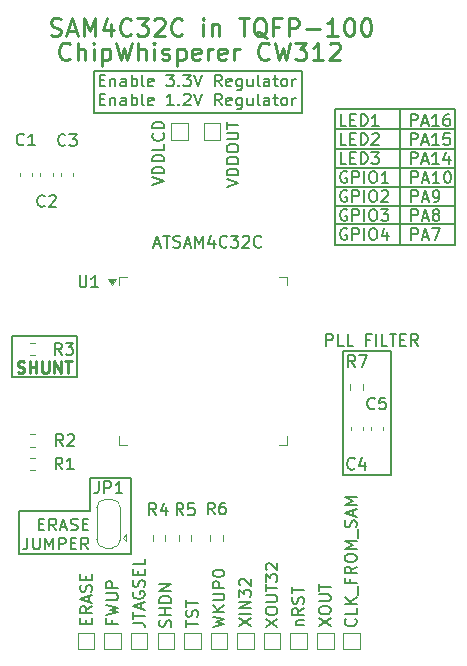
<source format=gbr>
%TF.GenerationSoftware,KiCad,Pcbnew,8.0.6*%
%TF.CreationDate,2024-12-27T08:32:01-06:00*%
%TF.ProjectId,RECESSIM-CW312T-SAM4C32,52454345-5353-4494-9d2d-435733313254,rev?*%
%TF.SameCoordinates,Original*%
%TF.FileFunction,Legend,Top*%
%TF.FilePolarity,Positive*%
%FSLAX46Y46*%
G04 Gerber Fmt 4.6, Leading zero omitted, Abs format (unit mm)*
G04 Created by KiCad (PCBNEW 8.0.6) date 2024-12-27 08:32:01*
%MOMM*%
%LPD*%
G01*
G04 APERTURE LIST*
%ADD10C,0.200000*%
%ADD11C,0.150000*%
%ADD12C,0.250000*%
%ADD13C,0.120000*%
G04 APERTURE END LIST*
D10*
X174450000Y-104700000D02*
X174450000Y-94200000D01*
X152450000Y-111400000D02*
X152450000Y-104950000D01*
X149300000Y-74100000D02*
X149300000Y-70500000D01*
X169700000Y-85200000D02*
X179900000Y-85200000D01*
X174450000Y-94200000D02*
X170400000Y-94200000D01*
X147850000Y-96400000D02*
X142400000Y-96400000D01*
X143000000Y-111400000D02*
X152450000Y-111400000D01*
D11*
X169700000Y-80300000D02*
X179900000Y-80300000D01*
X169700000Y-81900000D02*
X179900000Y-81900000D01*
D10*
X142400000Y-92950000D02*
X147850000Y-92950000D01*
X169700000Y-73700000D02*
X169700000Y-85200000D01*
X149300000Y-70500000D02*
X166900000Y-70500000D01*
D11*
X169700000Y-77100000D02*
X179900000Y-77100000D01*
D10*
X179900000Y-85200000D02*
X179900000Y-73700000D01*
X170400000Y-94200000D02*
X170400000Y-104700000D01*
X148950000Y-104950000D02*
X148950000Y-107800000D01*
D11*
X169700000Y-75450000D02*
X179900000Y-75450000D01*
D10*
X166900000Y-74100000D02*
X149300000Y-74100000D01*
X148950000Y-107800000D02*
X143000000Y-107800000D01*
X143000000Y-107800000D02*
X143000000Y-111400000D01*
X147850000Y-92950000D02*
X147850000Y-96400000D01*
X175200000Y-85200000D02*
X175200000Y-73700000D01*
X152450000Y-104950000D02*
X148950000Y-104950000D01*
X142400000Y-96400000D02*
X142400000Y-92950000D01*
D11*
X169700000Y-78700000D02*
X179900000Y-78700000D01*
D10*
X166900000Y-70500000D02*
X166900000Y-74100000D01*
X170400000Y-104700000D02*
X174450000Y-104700000D01*
X179900000Y-73700000D02*
X169700000Y-73700000D01*
D11*
X169700000Y-83500000D02*
X179900000Y-83500000D01*
D10*
X144637469Y-108883465D02*
X144970802Y-108883465D01*
X145113659Y-109407275D02*
X144637469Y-109407275D01*
X144637469Y-109407275D02*
X144637469Y-108407275D01*
X144637469Y-108407275D02*
X145113659Y-108407275D01*
X146113659Y-109407275D02*
X145780326Y-108931084D01*
X145542231Y-109407275D02*
X145542231Y-108407275D01*
X145542231Y-108407275D02*
X145923183Y-108407275D01*
X145923183Y-108407275D02*
X146018421Y-108454894D01*
X146018421Y-108454894D02*
X146066040Y-108502513D01*
X146066040Y-108502513D02*
X146113659Y-108597751D01*
X146113659Y-108597751D02*
X146113659Y-108740608D01*
X146113659Y-108740608D02*
X146066040Y-108835846D01*
X146066040Y-108835846D02*
X146018421Y-108883465D01*
X146018421Y-108883465D02*
X145923183Y-108931084D01*
X145923183Y-108931084D02*
X145542231Y-108931084D01*
X146494612Y-109121560D02*
X146970802Y-109121560D01*
X146399374Y-109407275D02*
X146732707Y-108407275D01*
X146732707Y-108407275D02*
X147066040Y-109407275D01*
X147351755Y-109359656D02*
X147494612Y-109407275D01*
X147494612Y-109407275D02*
X147732707Y-109407275D01*
X147732707Y-109407275D02*
X147827945Y-109359656D01*
X147827945Y-109359656D02*
X147875564Y-109312036D01*
X147875564Y-109312036D02*
X147923183Y-109216798D01*
X147923183Y-109216798D02*
X147923183Y-109121560D01*
X147923183Y-109121560D02*
X147875564Y-109026322D01*
X147875564Y-109026322D02*
X147827945Y-108978703D01*
X147827945Y-108978703D02*
X147732707Y-108931084D01*
X147732707Y-108931084D02*
X147542231Y-108883465D01*
X147542231Y-108883465D02*
X147446993Y-108835846D01*
X147446993Y-108835846D02*
X147399374Y-108788227D01*
X147399374Y-108788227D02*
X147351755Y-108692989D01*
X147351755Y-108692989D02*
X147351755Y-108597751D01*
X147351755Y-108597751D02*
X147399374Y-108502513D01*
X147399374Y-108502513D02*
X147446993Y-108454894D01*
X147446993Y-108454894D02*
X147542231Y-108407275D01*
X147542231Y-108407275D02*
X147780326Y-108407275D01*
X147780326Y-108407275D02*
X147923183Y-108454894D01*
X148351755Y-108883465D02*
X148685088Y-108883465D01*
X148827945Y-109407275D02*
X148351755Y-109407275D01*
X148351755Y-109407275D02*
X148351755Y-108407275D01*
X148351755Y-108407275D02*
X148827945Y-108407275D01*
X143685088Y-110017219D02*
X143685088Y-110731504D01*
X143685088Y-110731504D02*
X143637469Y-110874361D01*
X143637469Y-110874361D02*
X143542231Y-110969600D01*
X143542231Y-110969600D02*
X143399374Y-111017219D01*
X143399374Y-111017219D02*
X143304136Y-111017219D01*
X144161279Y-110017219D02*
X144161279Y-110826742D01*
X144161279Y-110826742D02*
X144208898Y-110921980D01*
X144208898Y-110921980D02*
X144256517Y-110969600D01*
X144256517Y-110969600D02*
X144351755Y-111017219D01*
X144351755Y-111017219D02*
X144542231Y-111017219D01*
X144542231Y-111017219D02*
X144637469Y-110969600D01*
X144637469Y-110969600D02*
X144685088Y-110921980D01*
X144685088Y-110921980D02*
X144732707Y-110826742D01*
X144732707Y-110826742D02*
X144732707Y-110017219D01*
X145208898Y-111017219D02*
X145208898Y-110017219D01*
X145208898Y-110017219D02*
X145542231Y-110731504D01*
X145542231Y-110731504D02*
X145875564Y-110017219D01*
X145875564Y-110017219D02*
X145875564Y-111017219D01*
X146351755Y-111017219D02*
X146351755Y-110017219D01*
X146351755Y-110017219D02*
X146732707Y-110017219D01*
X146732707Y-110017219D02*
X146827945Y-110064838D01*
X146827945Y-110064838D02*
X146875564Y-110112457D01*
X146875564Y-110112457D02*
X146923183Y-110207695D01*
X146923183Y-110207695D02*
X146923183Y-110350552D01*
X146923183Y-110350552D02*
X146875564Y-110445790D01*
X146875564Y-110445790D02*
X146827945Y-110493409D01*
X146827945Y-110493409D02*
X146732707Y-110541028D01*
X146732707Y-110541028D02*
X146351755Y-110541028D01*
X147351755Y-110493409D02*
X147685088Y-110493409D01*
X147827945Y-111017219D02*
X147351755Y-111017219D01*
X147351755Y-111017219D02*
X147351755Y-110017219D01*
X147351755Y-110017219D02*
X147827945Y-110017219D01*
X148827945Y-111017219D02*
X148494612Y-110541028D01*
X148256517Y-111017219D02*
X148256517Y-110017219D01*
X148256517Y-110017219D02*
X148637469Y-110017219D01*
X148637469Y-110017219D02*
X148732707Y-110064838D01*
X148732707Y-110064838D02*
X148780326Y-110112457D01*
X148780326Y-110112457D02*
X148827945Y-110207695D01*
X148827945Y-110207695D02*
X148827945Y-110350552D01*
X148827945Y-110350552D02*
X148780326Y-110445790D01*
X148780326Y-110445790D02*
X148732707Y-110493409D01*
X148732707Y-110493409D02*
X148637469Y-110541028D01*
X148637469Y-110541028D02*
X148256517Y-110541028D01*
D12*
X142854949Y-96017000D02*
X142997806Y-96064619D01*
X142997806Y-96064619D02*
X143235901Y-96064619D01*
X143235901Y-96064619D02*
X143331139Y-96017000D01*
X143331139Y-96017000D02*
X143378758Y-95969380D01*
X143378758Y-95969380D02*
X143426377Y-95874142D01*
X143426377Y-95874142D02*
X143426377Y-95778904D01*
X143426377Y-95778904D02*
X143378758Y-95683666D01*
X143378758Y-95683666D02*
X143331139Y-95636047D01*
X143331139Y-95636047D02*
X143235901Y-95588428D01*
X143235901Y-95588428D02*
X143045425Y-95540809D01*
X143045425Y-95540809D02*
X142950187Y-95493190D01*
X142950187Y-95493190D02*
X142902568Y-95445571D01*
X142902568Y-95445571D02*
X142854949Y-95350333D01*
X142854949Y-95350333D02*
X142854949Y-95255095D01*
X142854949Y-95255095D02*
X142902568Y-95159857D01*
X142902568Y-95159857D02*
X142950187Y-95112238D01*
X142950187Y-95112238D02*
X143045425Y-95064619D01*
X143045425Y-95064619D02*
X143283520Y-95064619D01*
X143283520Y-95064619D02*
X143426377Y-95112238D01*
X143854949Y-96064619D02*
X143854949Y-95064619D01*
X143854949Y-95540809D02*
X144426377Y-95540809D01*
X144426377Y-96064619D02*
X144426377Y-95064619D01*
X144902568Y-95064619D02*
X144902568Y-95874142D01*
X144902568Y-95874142D02*
X144950187Y-95969380D01*
X144950187Y-95969380D02*
X144997806Y-96017000D01*
X144997806Y-96017000D02*
X145093044Y-96064619D01*
X145093044Y-96064619D02*
X145283520Y-96064619D01*
X145283520Y-96064619D02*
X145378758Y-96017000D01*
X145378758Y-96017000D02*
X145426377Y-95969380D01*
X145426377Y-95969380D02*
X145473996Y-95874142D01*
X145473996Y-95874142D02*
X145473996Y-95064619D01*
X145950187Y-96064619D02*
X145950187Y-95064619D01*
X145950187Y-95064619D02*
X146521615Y-96064619D01*
X146521615Y-96064619D02*
X146521615Y-95064619D01*
X146854949Y-95064619D02*
X147426377Y-95064619D01*
X147140663Y-96064619D02*
X147140663Y-95064619D01*
X147278758Y-69460571D02*
X147207330Y-69532000D01*
X147207330Y-69532000D02*
X146993044Y-69603428D01*
X146993044Y-69603428D02*
X146850187Y-69603428D01*
X146850187Y-69603428D02*
X146635901Y-69532000D01*
X146635901Y-69532000D02*
X146493044Y-69389142D01*
X146493044Y-69389142D02*
X146421615Y-69246285D01*
X146421615Y-69246285D02*
X146350187Y-68960571D01*
X146350187Y-68960571D02*
X146350187Y-68746285D01*
X146350187Y-68746285D02*
X146421615Y-68460571D01*
X146421615Y-68460571D02*
X146493044Y-68317714D01*
X146493044Y-68317714D02*
X146635901Y-68174857D01*
X146635901Y-68174857D02*
X146850187Y-68103428D01*
X146850187Y-68103428D02*
X146993044Y-68103428D01*
X146993044Y-68103428D02*
X147207330Y-68174857D01*
X147207330Y-68174857D02*
X147278758Y-68246285D01*
X147921615Y-69603428D02*
X147921615Y-68103428D01*
X148564473Y-69603428D02*
X148564473Y-68817714D01*
X148564473Y-68817714D02*
X148493044Y-68674857D01*
X148493044Y-68674857D02*
X148350187Y-68603428D01*
X148350187Y-68603428D02*
X148135901Y-68603428D01*
X148135901Y-68603428D02*
X147993044Y-68674857D01*
X147993044Y-68674857D02*
X147921615Y-68746285D01*
X149278758Y-69603428D02*
X149278758Y-68603428D01*
X149278758Y-68103428D02*
X149207330Y-68174857D01*
X149207330Y-68174857D02*
X149278758Y-68246285D01*
X149278758Y-68246285D02*
X149350187Y-68174857D01*
X149350187Y-68174857D02*
X149278758Y-68103428D01*
X149278758Y-68103428D02*
X149278758Y-68246285D01*
X149993044Y-68603428D02*
X149993044Y-70103428D01*
X149993044Y-68674857D02*
X150135902Y-68603428D01*
X150135902Y-68603428D02*
X150421616Y-68603428D01*
X150421616Y-68603428D02*
X150564473Y-68674857D01*
X150564473Y-68674857D02*
X150635902Y-68746285D01*
X150635902Y-68746285D02*
X150707330Y-68889142D01*
X150707330Y-68889142D02*
X150707330Y-69317714D01*
X150707330Y-69317714D02*
X150635902Y-69460571D01*
X150635902Y-69460571D02*
X150564473Y-69532000D01*
X150564473Y-69532000D02*
X150421616Y-69603428D01*
X150421616Y-69603428D02*
X150135902Y-69603428D01*
X150135902Y-69603428D02*
X149993044Y-69532000D01*
X151207330Y-68103428D02*
X151564473Y-69603428D01*
X151564473Y-69603428D02*
X151850187Y-68532000D01*
X151850187Y-68532000D02*
X152135902Y-69603428D01*
X152135902Y-69603428D02*
X152493045Y-68103428D01*
X153064473Y-69603428D02*
X153064473Y-68103428D01*
X153707331Y-69603428D02*
X153707331Y-68817714D01*
X153707331Y-68817714D02*
X153635902Y-68674857D01*
X153635902Y-68674857D02*
X153493045Y-68603428D01*
X153493045Y-68603428D02*
X153278759Y-68603428D01*
X153278759Y-68603428D02*
X153135902Y-68674857D01*
X153135902Y-68674857D02*
X153064473Y-68746285D01*
X154421616Y-69603428D02*
X154421616Y-68603428D01*
X154421616Y-68103428D02*
X154350188Y-68174857D01*
X154350188Y-68174857D02*
X154421616Y-68246285D01*
X154421616Y-68246285D02*
X154493045Y-68174857D01*
X154493045Y-68174857D02*
X154421616Y-68103428D01*
X154421616Y-68103428D02*
X154421616Y-68246285D01*
X155064474Y-69532000D02*
X155207331Y-69603428D01*
X155207331Y-69603428D02*
X155493045Y-69603428D01*
X155493045Y-69603428D02*
X155635902Y-69532000D01*
X155635902Y-69532000D02*
X155707331Y-69389142D01*
X155707331Y-69389142D02*
X155707331Y-69317714D01*
X155707331Y-69317714D02*
X155635902Y-69174857D01*
X155635902Y-69174857D02*
X155493045Y-69103428D01*
X155493045Y-69103428D02*
X155278760Y-69103428D01*
X155278760Y-69103428D02*
X155135902Y-69032000D01*
X155135902Y-69032000D02*
X155064474Y-68889142D01*
X155064474Y-68889142D02*
X155064474Y-68817714D01*
X155064474Y-68817714D02*
X155135902Y-68674857D01*
X155135902Y-68674857D02*
X155278760Y-68603428D01*
X155278760Y-68603428D02*
X155493045Y-68603428D01*
X155493045Y-68603428D02*
X155635902Y-68674857D01*
X156350188Y-68603428D02*
X156350188Y-70103428D01*
X156350188Y-68674857D02*
X156493046Y-68603428D01*
X156493046Y-68603428D02*
X156778760Y-68603428D01*
X156778760Y-68603428D02*
X156921617Y-68674857D01*
X156921617Y-68674857D02*
X156993046Y-68746285D01*
X156993046Y-68746285D02*
X157064474Y-68889142D01*
X157064474Y-68889142D02*
X157064474Y-69317714D01*
X157064474Y-69317714D02*
X156993046Y-69460571D01*
X156993046Y-69460571D02*
X156921617Y-69532000D01*
X156921617Y-69532000D02*
X156778760Y-69603428D01*
X156778760Y-69603428D02*
X156493046Y-69603428D01*
X156493046Y-69603428D02*
X156350188Y-69532000D01*
X158278760Y-69532000D02*
X158135903Y-69603428D01*
X158135903Y-69603428D02*
X157850189Y-69603428D01*
X157850189Y-69603428D02*
X157707331Y-69532000D01*
X157707331Y-69532000D02*
X157635903Y-69389142D01*
X157635903Y-69389142D02*
X157635903Y-68817714D01*
X157635903Y-68817714D02*
X157707331Y-68674857D01*
X157707331Y-68674857D02*
X157850189Y-68603428D01*
X157850189Y-68603428D02*
X158135903Y-68603428D01*
X158135903Y-68603428D02*
X158278760Y-68674857D01*
X158278760Y-68674857D02*
X158350189Y-68817714D01*
X158350189Y-68817714D02*
X158350189Y-68960571D01*
X158350189Y-68960571D02*
X157635903Y-69103428D01*
X158993045Y-69603428D02*
X158993045Y-68603428D01*
X158993045Y-68889142D02*
X159064474Y-68746285D01*
X159064474Y-68746285D02*
X159135903Y-68674857D01*
X159135903Y-68674857D02*
X159278760Y-68603428D01*
X159278760Y-68603428D02*
X159421617Y-68603428D01*
X160493045Y-69532000D02*
X160350188Y-69603428D01*
X160350188Y-69603428D02*
X160064474Y-69603428D01*
X160064474Y-69603428D02*
X159921616Y-69532000D01*
X159921616Y-69532000D02*
X159850188Y-69389142D01*
X159850188Y-69389142D02*
X159850188Y-68817714D01*
X159850188Y-68817714D02*
X159921616Y-68674857D01*
X159921616Y-68674857D02*
X160064474Y-68603428D01*
X160064474Y-68603428D02*
X160350188Y-68603428D01*
X160350188Y-68603428D02*
X160493045Y-68674857D01*
X160493045Y-68674857D02*
X160564474Y-68817714D01*
X160564474Y-68817714D02*
X160564474Y-68960571D01*
X160564474Y-68960571D02*
X159850188Y-69103428D01*
X161207330Y-69603428D02*
X161207330Y-68603428D01*
X161207330Y-68889142D02*
X161278759Y-68746285D01*
X161278759Y-68746285D02*
X161350188Y-68674857D01*
X161350188Y-68674857D02*
X161493045Y-68603428D01*
X161493045Y-68603428D02*
X161635902Y-68603428D01*
X164135901Y-69460571D02*
X164064473Y-69532000D01*
X164064473Y-69532000D02*
X163850187Y-69603428D01*
X163850187Y-69603428D02*
X163707330Y-69603428D01*
X163707330Y-69603428D02*
X163493044Y-69532000D01*
X163493044Y-69532000D02*
X163350187Y-69389142D01*
X163350187Y-69389142D02*
X163278758Y-69246285D01*
X163278758Y-69246285D02*
X163207330Y-68960571D01*
X163207330Y-68960571D02*
X163207330Y-68746285D01*
X163207330Y-68746285D02*
X163278758Y-68460571D01*
X163278758Y-68460571D02*
X163350187Y-68317714D01*
X163350187Y-68317714D02*
X163493044Y-68174857D01*
X163493044Y-68174857D02*
X163707330Y-68103428D01*
X163707330Y-68103428D02*
X163850187Y-68103428D01*
X163850187Y-68103428D02*
X164064473Y-68174857D01*
X164064473Y-68174857D02*
X164135901Y-68246285D01*
X164635901Y-68103428D02*
X164993044Y-69603428D01*
X164993044Y-69603428D02*
X165278758Y-68532000D01*
X165278758Y-68532000D02*
X165564473Y-69603428D01*
X165564473Y-69603428D02*
X165921616Y-68103428D01*
X166350187Y-68103428D02*
X167278759Y-68103428D01*
X167278759Y-68103428D02*
X166778759Y-68674857D01*
X166778759Y-68674857D02*
X166993044Y-68674857D01*
X166993044Y-68674857D02*
X167135902Y-68746285D01*
X167135902Y-68746285D02*
X167207330Y-68817714D01*
X167207330Y-68817714D02*
X167278759Y-68960571D01*
X167278759Y-68960571D02*
X167278759Y-69317714D01*
X167278759Y-69317714D02*
X167207330Y-69460571D01*
X167207330Y-69460571D02*
X167135902Y-69532000D01*
X167135902Y-69532000D02*
X166993044Y-69603428D01*
X166993044Y-69603428D02*
X166564473Y-69603428D01*
X166564473Y-69603428D02*
X166421616Y-69532000D01*
X166421616Y-69532000D02*
X166350187Y-69460571D01*
X168707330Y-69603428D02*
X167850187Y-69603428D01*
X168278758Y-69603428D02*
X168278758Y-68103428D01*
X168278758Y-68103428D02*
X168135901Y-68317714D01*
X168135901Y-68317714D02*
X167993044Y-68460571D01*
X167993044Y-68460571D02*
X167850187Y-68532000D01*
X169278758Y-68246285D02*
X169350186Y-68174857D01*
X169350186Y-68174857D02*
X169493044Y-68103428D01*
X169493044Y-68103428D02*
X169850186Y-68103428D01*
X169850186Y-68103428D02*
X169993044Y-68174857D01*
X169993044Y-68174857D02*
X170064472Y-68246285D01*
X170064472Y-68246285D02*
X170135901Y-68389142D01*
X170135901Y-68389142D02*
X170135901Y-68532000D01*
X170135901Y-68532000D02*
X170064472Y-68746285D01*
X170064472Y-68746285D02*
X169207329Y-69603428D01*
X169207329Y-69603428D02*
X170135901Y-69603428D01*
D10*
X168969673Y-93767219D02*
X168969673Y-92767219D01*
X168969673Y-92767219D02*
X169350625Y-92767219D01*
X169350625Y-92767219D02*
X169445863Y-92814838D01*
X169445863Y-92814838D02*
X169493482Y-92862457D01*
X169493482Y-92862457D02*
X169541101Y-92957695D01*
X169541101Y-92957695D02*
X169541101Y-93100552D01*
X169541101Y-93100552D02*
X169493482Y-93195790D01*
X169493482Y-93195790D02*
X169445863Y-93243409D01*
X169445863Y-93243409D02*
X169350625Y-93291028D01*
X169350625Y-93291028D02*
X168969673Y-93291028D01*
X170445863Y-93767219D02*
X169969673Y-93767219D01*
X169969673Y-93767219D02*
X169969673Y-92767219D01*
X171255387Y-93767219D02*
X170779197Y-93767219D01*
X170779197Y-93767219D02*
X170779197Y-92767219D01*
X172683959Y-93243409D02*
X172350626Y-93243409D01*
X172350626Y-93767219D02*
X172350626Y-92767219D01*
X172350626Y-92767219D02*
X172826816Y-92767219D01*
X173207769Y-93767219D02*
X173207769Y-92767219D01*
X174160149Y-93767219D02*
X173683959Y-93767219D01*
X173683959Y-93767219D02*
X173683959Y-92767219D01*
X174350626Y-92767219D02*
X174922054Y-92767219D01*
X174636340Y-93767219D02*
X174636340Y-92767219D01*
X175255388Y-93243409D02*
X175588721Y-93243409D01*
X175731578Y-93767219D02*
X175255388Y-93767219D01*
X175255388Y-93767219D02*
X175255388Y-92767219D01*
X175255388Y-92767219D02*
X175731578Y-92767219D01*
X176731578Y-93767219D02*
X176398245Y-93291028D01*
X176160150Y-93767219D02*
X176160150Y-92767219D01*
X176160150Y-92767219D02*
X176541102Y-92767219D01*
X176541102Y-92767219D02*
X176636340Y-92814838D01*
X176636340Y-92814838D02*
X176683959Y-92862457D01*
X176683959Y-92862457D02*
X176731578Y-92957695D01*
X176731578Y-92957695D02*
X176731578Y-93100552D01*
X176731578Y-93100552D02*
X176683959Y-93195790D01*
X176683959Y-93195790D02*
X176636340Y-93243409D01*
X176636340Y-93243409D02*
X176541102Y-93291028D01*
X176541102Y-93291028D02*
X176160150Y-93291028D01*
D12*
X145650187Y-67482000D02*
X145864473Y-67553428D01*
X145864473Y-67553428D02*
X146221615Y-67553428D01*
X146221615Y-67553428D02*
X146364473Y-67482000D01*
X146364473Y-67482000D02*
X146435901Y-67410571D01*
X146435901Y-67410571D02*
X146507330Y-67267714D01*
X146507330Y-67267714D02*
X146507330Y-67124857D01*
X146507330Y-67124857D02*
X146435901Y-66982000D01*
X146435901Y-66982000D02*
X146364473Y-66910571D01*
X146364473Y-66910571D02*
X146221615Y-66839142D01*
X146221615Y-66839142D02*
X145935901Y-66767714D01*
X145935901Y-66767714D02*
X145793044Y-66696285D01*
X145793044Y-66696285D02*
X145721615Y-66624857D01*
X145721615Y-66624857D02*
X145650187Y-66482000D01*
X145650187Y-66482000D02*
X145650187Y-66339142D01*
X145650187Y-66339142D02*
X145721615Y-66196285D01*
X145721615Y-66196285D02*
X145793044Y-66124857D01*
X145793044Y-66124857D02*
X145935901Y-66053428D01*
X145935901Y-66053428D02*
X146293044Y-66053428D01*
X146293044Y-66053428D02*
X146507330Y-66124857D01*
X147078758Y-67124857D02*
X147793044Y-67124857D01*
X146935901Y-67553428D02*
X147435901Y-66053428D01*
X147435901Y-66053428D02*
X147935901Y-67553428D01*
X148435900Y-67553428D02*
X148435900Y-66053428D01*
X148435900Y-66053428D02*
X148935900Y-67124857D01*
X148935900Y-67124857D02*
X149435900Y-66053428D01*
X149435900Y-66053428D02*
X149435900Y-67553428D01*
X150793044Y-66553428D02*
X150793044Y-67553428D01*
X150435901Y-65982000D02*
X150078758Y-67053428D01*
X150078758Y-67053428D02*
X151007329Y-67053428D01*
X152435900Y-67410571D02*
X152364472Y-67482000D01*
X152364472Y-67482000D02*
X152150186Y-67553428D01*
X152150186Y-67553428D02*
X152007329Y-67553428D01*
X152007329Y-67553428D02*
X151793043Y-67482000D01*
X151793043Y-67482000D02*
X151650186Y-67339142D01*
X151650186Y-67339142D02*
X151578757Y-67196285D01*
X151578757Y-67196285D02*
X151507329Y-66910571D01*
X151507329Y-66910571D02*
X151507329Y-66696285D01*
X151507329Y-66696285D02*
X151578757Y-66410571D01*
X151578757Y-66410571D02*
X151650186Y-66267714D01*
X151650186Y-66267714D02*
X151793043Y-66124857D01*
X151793043Y-66124857D02*
X152007329Y-66053428D01*
X152007329Y-66053428D02*
X152150186Y-66053428D01*
X152150186Y-66053428D02*
X152364472Y-66124857D01*
X152364472Y-66124857D02*
X152435900Y-66196285D01*
X152935900Y-66053428D02*
X153864472Y-66053428D01*
X153864472Y-66053428D02*
X153364472Y-66624857D01*
X153364472Y-66624857D02*
X153578757Y-66624857D01*
X153578757Y-66624857D02*
X153721615Y-66696285D01*
X153721615Y-66696285D02*
X153793043Y-66767714D01*
X153793043Y-66767714D02*
X153864472Y-66910571D01*
X153864472Y-66910571D02*
X153864472Y-67267714D01*
X153864472Y-67267714D02*
X153793043Y-67410571D01*
X153793043Y-67410571D02*
X153721615Y-67482000D01*
X153721615Y-67482000D02*
X153578757Y-67553428D01*
X153578757Y-67553428D02*
X153150186Y-67553428D01*
X153150186Y-67553428D02*
X153007329Y-67482000D01*
X153007329Y-67482000D02*
X152935900Y-67410571D01*
X154435900Y-66196285D02*
X154507328Y-66124857D01*
X154507328Y-66124857D02*
X154650186Y-66053428D01*
X154650186Y-66053428D02*
X155007328Y-66053428D01*
X155007328Y-66053428D02*
X155150186Y-66124857D01*
X155150186Y-66124857D02*
X155221614Y-66196285D01*
X155221614Y-66196285D02*
X155293043Y-66339142D01*
X155293043Y-66339142D02*
X155293043Y-66482000D01*
X155293043Y-66482000D02*
X155221614Y-66696285D01*
X155221614Y-66696285D02*
X154364471Y-67553428D01*
X154364471Y-67553428D02*
X155293043Y-67553428D01*
X156793042Y-67410571D02*
X156721614Y-67482000D01*
X156721614Y-67482000D02*
X156507328Y-67553428D01*
X156507328Y-67553428D02*
X156364471Y-67553428D01*
X156364471Y-67553428D02*
X156150185Y-67482000D01*
X156150185Y-67482000D02*
X156007328Y-67339142D01*
X156007328Y-67339142D02*
X155935899Y-67196285D01*
X155935899Y-67196285D02*
X155864471Y-66910571D01*
X155864471Y-66910571D02*
X155864471Y-66696285D01*
X155864471Y-66696285D02*
X155935899Y-66410571D01*
X155935899Y-66410571D02*
X156007328Y-66267714D01*
X156007328Y-66267714D02*
X156150185Y-66124857D01*
X156150185Y-66124857D02*
X156364471Y-66053428D01*
X156364471Y-66053428D02*
X156507328Y-66053428D01*
X156507328Y-66053428D02*
X156721614Y-66124857D01*
X156721614Y-66124857D02*
X156793042Y-66196285D01*
X158578756Y-67553428D02*
X158578756Y-66553428D01*
X158578756Y-66053428D02*
X158507328Y-66124857D01*
X158507328Y-66124857D02*
X158578756Y-66196285D01*
X158578756Y-66196285D02*
X158650185Y-66124857D01*
X158650185Y-66124857D02*
X158578756Y-66053428D01*
X158578756Y-66053428D02*
X158578756Y-66196285D01*
X159293042Y-66553428D02*
X159293042Y-67553428D01*
X159293042Y-66696285D02*
X159364471Y-66624857D01*
X159364471Y-66624857D02*
X159507328Y-66553428D01*
X159507328Y-66553428D02*
X159721614Y-66553428D01*
X159721614Y-66553428D02*
X159864471Y-66624857D01*
X159864471Y-66624857D02*
X159935900Y-66767714D01*
X159935900Y-66767714D02*
X159935900Y-67553428D01*
X161578757Y-66053428D02*
X162435900Y-66053428D01*
X162007328Y-67553428D02*
X162007328Y-66053428D01*
X163935899Y-67696285D02*
X163793042Y-67624857D01*
X163793042Y-67624857D02*
X163650185Y-67482000D01*
X163650185Y-67482000D02*
X163435899Y-67267714D01*
X163435899Y-67267714D02*
X163293042Y-67196285D01*
X163293042Y-67196285D02*
X163150185Y-67196285D01*
X163221614Y-67553428D02*
X163078757Y-67482000D01*
X163078757Y-67482000D02*
X162935899Y-67339142D01*
X162935899Y-67339142D02*
X162864471Y-67053428D01*
X162864471Y-67053428D02*
X162864471Y-66553428D01*
X162864471Y-66553428D02*
X162935899Y-66267714D01*
X162935899Y-66267714D02*
X163078757Y-66124857D01*
X163078757Y-66124857D02*
X163221614Y-66053428D01*
X163221614Y-66053428D02*
X163507328Y-66053428D01*
X163507328Y-66053428D02*
X163650185Y-66124857D01*
X163650185Y-66124857D02*
X163793042Y-66267714D01*
X163793042Y-66267714D02*
X163864471Y-66553428D01*
X163864471Y-66553428D02*
X163864471Y-67053428D01*
X163864471Y-67053428D02*
X163793042Y-67339142D01*
X163793042Y-67339142D02*
X163650185Y-67482000D01*
X163650185Y-67482000D02*
X163507328Y-67553428D01*
X163507328Y-67553428D02*
X163221614Y-67553428D01*
X165007328Y-66767714D02*
X164507328Y-66767714D01*
X164507328Y-67553428D02*
X164507328Y-66053428D01*
X164507328Y-66053428D02*
X165221614Y-66053428D01*
X165793042Y-67553428D02*
X165793042Y-66053428D01*
X165793042Y-66053428D02*
X166364471Y-66053428D01*
X166364471Y-66053428D02*
X166507328Y-66124857D01*
X166507328Y-66124857D02*
X166578757Y-66196285D01*
X166578757Y-66196285D02*
X166650185Y-66339142D01*
X166650185Y-66339142D02*
X166650185Y-66553428D01*
X166650185Y-66553428D02*
X166578757Y-66696285D01*
X166578757Y-66696285D02*
X166507328Y-66767714D01*
X166507328Y-66767714D02*
X166364471Y-66839142D01*
X166364471Y-66839142D02*
X165793042Y-66839142D01*
X167293042Y-66982000D02*
X168435900Y-66982000D01*
X169935900Y-67553428D02*
X169078757Y-67553428D01*
X169507328Y-67553428D02*
X169507328Y-66053428D01*
X169507328Y-66053428D02*
X169364471Y-66267714D01*
X169364471Y-66267714D02*
X169221614Y-66410571D01*
X169221614Y-66410571D02*
X169078757Y-66482000D01*
X170864471Y-66053428D02*
X171007328Y-66053428D01*
X171007328Y-66053428D02*
X171150185Y-66124857D01*
X171150185Y-66124857D02*
X171221614Y-66196285D01*
X171221614Y-66196285D02*
X171293042Y-66339142D01*
X171293042Y-66339142D02*
X171364471Y-66624857D01*
X171364471Y-66624857D02*
X171364471Y-66982000D01*
X171364471Y-66982000D02*
X171293042Y-67267714D01*
X171293042Y-67267714D02*
X171221614Y-67410571D01*
X171221614Y-67410571D02*
X171150185Y-67482000D01*
X171150185Y-67482000D02*
X171007328Y-67553428D01*
X171007328Y-67553428D02*
X170864471Y-67553428D01*
X170864471Y-67553428D02*
X170721614Y-67482000D01*
X170721614Y-67482000D02*
X170650185Y-67410571D01*
X170650185Y-67410571D02*
X170578756Y-67267714D01*
X170578756Y-67267714D02*
X170507328Y-66982000D01*
X170507328Y-66982000D02*
X170507328Y-66624857D01*
X170507328Y-66624857D02*
X170578756Y-66339142D01*
X170578756Y-66339142D02*
X170650185Y-66196285D01*
X170650185Y-66196285D02*
X170721614Y-66124857D01*
X170721614Y-66124857D02*
X170864471Y-66053428D01*
X172293042Y-66053428D02*
X172435899Y-66053428D01*
X172435899Y-66053428D02*
X172578756Y-66124857D01*
X172578756Y-66124857D02*
X172650185Y-66196285D01*
X172650185Y-66196285D02*
X172721613Y-66339142D01*
X172721613Y-66339142D02*
X172793042Y-66624857D01*
X172793042Y-66624857D02*
X172793042Y-66982000D01*
X172793042Y-66982000D02*
X172721613Y-67267714D01*
X172721613Y-67267714D02*
X172650185Y-67410571D01*
X172650185Y-67410571D02*
X172578756Y-67482000D01*
X172578756Y-67482000D02*
X172435899Y-67553428D01*
X172435899Y-67553428D02*
X172293042Y-67553428D01*
X172293042Y-67553428D02*
X172150185Y-67482000D01*
X172150185Y-67482000D02*
X172078756Y-67410571D01*
X172078756Y-67410571D02*
X172007327Y-67267714D01*
X172007327Y-67267714D02*
X171935899Y-66982000D01*
X171935899Y-66982000D02*
X171935899Y-66624857D01*
X171935899Y-66624857D02*
X172007327Y-66339142D01*
X172007327Y-66339142D02*
X172078756Y-66196285D01*
X172078756Y-66196285D02*
X172150185Y-66124857D01*
X172150185Y-66124857D02*
X172293042Y-66053428D01*
D11*
X149786779Y-71286065D02*
X150120112Y-71286065D01*
X150262969Y-71809875D02*
X149786779Y-71809875D01*
X149786779Y-71809875D02*
X149786779Y-70809875D01*
X149786779Y-70809875D02*
X150262969Y-70809875D01*
X150691541Y-71143208D02*
X150691541Y-71809875D01*
X150691541Y-71238446D02*
X150739160Y-71190827D01*
X150739160Y-71190827D02*
X150834398Y-71143208D01*
X150834398Y-71143208D02*
X150977255Y-71143208D01*
X150977255Y-71143208D02*
X151072493Y-71190827D01*
X151072493Y-71190827D02*
X151120112Y-71286065D01*
X151120112Y-71286065D02*
X151120112Y-71809875D01*
X152024874Y-71809875D02*
X152024874Y-71286065D01*
X152024874Y-71286065D02*
X151977255Y-71190827D01*
X151977255Y-71190827D02*
X151882017Y-71143208D01*
X151882017Y-71143208D02*
X151691541Y-71143208D01*
X151691541Y-71143208D02*
X151596303Y-71190827D01*
X152024874Y-71762256D02*
X151929636Y-71809875D01*
X151929636Y-71809875D02*
X151691541Y-71809875D01*
X151691541Y-71809875D02*
X151596303Y-71762256D01*
X151596303Y-71762256D02*
X151548684Y-71667017D01*
X151548684Y-71667017D02*
X151548684Y-71571779D01*
X151548684Y-71571779D02*
X151596303Y-71476541D01*
X151596303Y-71476541D02*
X151691541Y-71428922D01*
X151691541Y-71428922D02*
X151929636Y-71428922D01*
X151929636Y-71428922D02*
X152024874Y-71381303D01*
X152501065Y-71809875D02*
X152501065Y-70809875D01*
X152501065Y-71190827D02*
X152596303Y-71143208D01*
X152596303Y-71143208D02*
X152786779Y-71143208D01*
X152786779Y-71143208D02*
X152882017Y-71190827D01*
X152882017Y-71190827D02*
X152929636Y-71238446D01*
X152929636Y-71238446D02*
X152977255Y-71333684D01*
X152977255Y-71333684D02*
X152977255Y-71619398D01*
X152977255Y-71619398D02*
X152929636Y-71714636D01*
X152929636Y-71714636D02*
X152882017Y-71762256D01*
X152882017Y-71762256D02*
X152786779Y-71809875D01*
X152786779Y-71809875D02*
X152596303Y-71809875D01*
X152596303Y-71809875D02*
X152501065Y-71762256D01*
X153548684Y-71809875D02*
X153453446Y-71762256D01*
X153453446Y-71762256D02*
X153405827Y-71667017D01*
X153405827Y-71667017D02*
X153405827Y-70809875D01*
X154310589Y-71762256D02*
X154215351Y-71809875D01*
X154215351Y-71809875D02*
X154024875Y-71809875D01*
X154024875Y-71809875D02*
X153929637Y-71762256D01*
X153929637Y-71762256D02*
X153882018Y-71667017D01*
X153882018Y-71667017D02*
X153882018Y-71286065D01*
X153882018Y-71286065D02*
X153929637Y-71190827D01*
X153929637Y-71190827D02*
X154024875Y-71143208D01*
X154024875Y-71143208D02*
X154215351Y-71143208D01*
X154215351Y-71143208D02*
X154310589Y-71190827D01*
X154310589Y-71190827D02*
X154358208Y-71286065D01*
X154358208Y-71286065D02*
X154358208Y-71381303D01*
X154358208Y-71381303D02*
X153882018Y-71476541D01*
X155453447Y-70809875D02*
X156072494Y-70809875D01*
X156072494Y-70809875D02*
X155739161Y-71190827D01*
X155739161Y-71190827D02*
X155882018Y-71190827D01*
X155882018Y-71190827D02*
X155977256Y-71238446D01*
X155977256Y-71238446D02*
X156024875Y-71286065D01*
X156024875Y-71286065D02*
X156072494Y-71381303D01*
X156072494Y-71381303D02*
X156072494Y-71619398D01*
X156072494Y-71619398D02*
X156024875Y-71714636D01*
X156024875Y-71714636D02*
X155977256Y-71762256D01*
X155977256Y-71762256D02*
X155882018Y-71809875D01*
X155882018Y-71809875D02*
X155596304Y-71809875D01*
X155596304Y-71809875D02*
X155501066Y-71762256D01*
X155501066Y-71762256D02*
X155453447Y-71714636D01*
X156501066Y-71714636D02*
X156548685Y-71762256D01*
X156548685Y-71762256D02*
X156501066Y-71809875D01*
X156501066Y-71809875D02*
X156453447Y-71762256D01*
X156453447Y-71762256D02*
X156501066Y-71714636D01*
X156501066Y-71714636D02*
X156501066Y-71809875D01*
X156882018Y-70809875D02*
X157501065Y-70809875D01*
X157501065Y-70809875D02*
X157167732Y-71190827D01*
X157167732Y-71190827D02*
X157310589Y-71190827D01*
X157310589Y-71190827D02*
X157405827Y-71238446D01*
X157405827Y-71238446D02*
X157453446Y-71286065D01*
X157453446Y-71286065D02*
X157501065Y-71381303D01*
X157501065Y-71381303D02*
X157501065Y-71619398D01*
X157501065Y-71619398D02*
X157453446Y-71714636D01*
X157453446Y-71714636D02*
X157405827Y-71762256D01*
X157405827Y-71762256D02*
X157310589Y-71809875D01*
X157310589Y-71809875D02*
X157024875Y-71809875D01*
X157024875Y-71809875D02*
X156929637Y-71762256D01*
X156929637Y-71762256D02*
X156882018Y-71714636D01*
X157786780Y-70809875D02*
X158120113Y-71809875D01*
X158120113Y-71809875D02*
X158453446Y-70809875D01*
X160120113Y-71809875D02*
X159786780Y-71333684D01*
X159548685Y-71809875D02*
X159548685Y-70809875D01*
X159548685Y-70809875D02*
X159929637Y-70809875D01*
X159929637Y-70809875D02*
X160024875Y-70857494D01*
X160024875Y-70857494D02*
X160072494Y-70905113D01*
X160072494Y-70905113D02*
X160120113Y-71000351D01*
X160120113Y-71000351D02*
X160120113Y-71143208D01*
X160120113Y-71143208D02*
X160072494Y-71238446D01*
X160072494Y-71238446D02*
X160024875Y-71286065D01*
X160024875Y-71286065D02*
X159929637Y-71333684D01*
X159929637Y-71333684D02*
X159548685Y-71333684D01*
X160929637Y-71762256D02*
X160834399Y-71809875D01*
X160834399Y-71809875D02*
X160643923Y-71809875D01*
X160643923Y-71809875D02*
X160548685Y-71762256D01*
X160548685Y-71762256D02*
X160501066Y-71667017D01*
X160501066Y-71667017D02*
X160501066Y-71286065D01*
X160501066Y-71286065D02*
X160548685Y-71190827D01*
X160548685Y-71190827D02*
X160643923Y-71143208D01*
X160643923Y-71143208D02*
X160834399Y-71143208D01*
X160834399Y-71143208D02*
X160929637Y-71190827D01*
X160929637Y-71190827D02*
X160977256Y-71286065D01*
X160977256Y-71286065D02*
X160977256Y-71381303D01*
X160977256Y-71381303D02*
X160501066Y-71476541D01*
X161834399Y-71143208D02*
X161834399Y-71952732D01*
X161834399Y-71952732D02*
X161786780Y-72047970D01*
X161786780Y-72047970D02*
X161739161Y-72095589D01*
X161739161Y-72095589D02*
X161643923Y-72143208D01*
X161643923Y-72143208D02*
X161501066Y-72143208D01*
X161501066Y-72143208D02*
X161405828Y-72095589D01*
X161834399Y-71762256D02*
X161739161Y-71809875D01*
X161739161Y-71809875D02*
X161548685Y-71809875D01*
X161548685Y-71809875D02*
X161453447Y-71762256D01*
X161453447Y-71762256D02*
X161405828Y-71714636D01*
X161405828Y-71714636D02*
X161358209Y-71619398D01*
X161358209Y-71619398D02*
X161358209Y-71333684D01*
X161358209Y-71333684D02*
X161405828Y-71238446D01*
X161405828Y-71238446D02*
X161453447Y-71190827D01*
X161453447Y-71190827D02*
X161548685Y-71143208D01*
X161548685Y-71143208D02*
X161739161Y-71143208D01*
X161739161Y-71143208D02*
X161834399Y-71190827D01*
X162739161Y-71143208D02*
X162739161Y-71809875D01*
X162310590Y-71143208D02*
X162310590Y-71667017D01*
X162310590Y-71667017D02*
X162358209Y-71762256D01*
X162358209Y-71762256D02*
X162453447Y-71809875D01*
X162453447Y-71809875D02*
X162596304Y-71809875D01*
X162596304Y-71809875D02*
X162691542Y-71762256D01*
X162691542Y-71762256D02*
X162739161Y-71714636D01*
X163358209Y-71809875D02*
X163262971Y-71762256D01*
X163262971Y-71762256D02*
X163215352Y-71667017D01*
X163215352Y-71667017D02*
X163215352Y-70809875D01*
X164167733Y-71809875D02*
X164167733Y-71286065D01*
X164167733Y-71286065D02*
X164120114Y-71190827D01*
X164120114Y-71190827D02*
X164024876Y-71143208D01*
X164024876Y-71143208D02*
X163834400Y-71143208D01*
X163834400Y-71143208D02*
X163739162Y-71190827D01*
X164167733Y-71762256D02*
X164072495Y-71809875D01*
X164072495Y-71809875D02*
X163834400Y-71809875D01*
X163834400Y-71809875D02*
X163739162Y-71762256D01*
X163739162Y-71762256D02*
X163691543Y-71667017D01*
X163691543Y-71667017D02*
X163691543Y-71571779D01*
X163691543Y-71571779D02*
X163739162Y-71476541D01*
X163739162Y-71476541D02*
X163834400Y-71428922D01*
X163834400Y-71428922D02*
X164072495Y-71428922D01*
X164072495Y-71428922D02*
X164167733Y-71381303D01*
X164501067Y-71143208D02*
X164882019Y-71143208D01*
X164643924Y-70809875D02*
X164643924Y-71667017D01*
X164643924Y-71667017D02*
X164691543Y-71762256D01*
X164691543Y-71762256D02*
X164786781Y-71809875D01*
X164786781Y-71809875D02*
X164882019Y-71809875D01*
X165358210Y-71809875D02*
X165262972Y-71762256D01*
X165262972Y-71762256D02*
X165215353Y-71714636D01*
X165215353Y-71714636D02*
X165167734Y-71619398D01*
X165167734Y-71619398D02*
X165167734Y-71333684D01*
X165167734Y-71333684D02*
X165215353Y-71238446D01*
X165215353Y-71238446D02*
X165262972Y-71190827D01*
X165262972Y-71190827D02*
X165358210Y-71143208D01*
X165358210Y-71143208D02*
X165501067Y-71143208D01*
X165501067Y-71143208D02*
X165596305Y-71190827D01*
X165596305Y-71190827D02*
X165643924Y-71238446D01*
X165643924Y-71238446D02*
X165691543Y-71333684D01*
X165691543Y-71333684D02*
X165691543Y-71619398D01*
X165691543Y-71619398D02*
X165643924Y-71714636D01*
X165643924Y-71714636D02*
X165596305Y-71762256D01*
X165596305Y-71762256D02*
X165501067Y-71809875D01*
X165501067Y-71809875D02*
X165358210Y-71809875D01*
X166120115Y-71809875D02*
X166120115Y-71143208D01*
X166120115Y-71333684D02*
X166167734Y-71238446D01*
X166167734Y-71238446D02*
X166215353Y-71190827D01*
X166215353Y-71190827D02*
X166310591Y-71143208D01*
X166310591Y-71143208D02*
X166405829Y-71143208D01*
X149786779Y-72896009D02*
X150120112Y-72896009D01*
X150262969Y-73419819D02*
X149786779Y-73419819D01*
X149786779Y-73419819D02*
X149786779Y-72419819D01*
X149786779Y-72419819D02*
X150262969Y-72419819D01*
X150691541Y-72753152D02*
X150691541Y-73419819D01*
X150691541Y-72848390D02*
X150739160Y-72800771D01*
X150739160Y-72800771D02*
X150834398Y-72753152D01*
X150834398Y-72753152D02*
X150977255Y-72753152D01*
X150977255Y-72753152D02*
X151072493Y-72800771D01*
X151072493Y-72800771D02*
X151120112Y-72896009D01*
X151120112Y-72896009D02*
X151120112Y-73419819D01*
X152024874Y-73419819D02*
X152024874Y-72896009D01*
X152024874Y-72896009D02*
X151977255Y-72800771D01*
X151977255Y-72800771D02*
X151882017Y-72753152D01*
X151882017Y-72753152D02*
X151691541Y-72753152D01*
X151691541Y-72753152D02*
X151596303Y-72800771D01*
X152024874Y-73372200D02*
X151929636Y-73419819D01*
X151929636Y-73419819D02*
X151691541Y-73419819D01*
X151691541Y-73419819D02*
X151596303Y-73372200D01*
X151596303Y-73372200D02*
X151548684Y-73276961D01*
X151548684Y-73276961D02*
X151548684Y-73181723D01*
X151548684Y-73181723D02*
X151596303Y-73086485D01*
X151596303Y-73086485D02*
X151691541Y-73038866D01*
X151691541Y-73038866D02*
X151929636Y-73038866D01*
X151929636Y-73038866D02*
X152024874Y-72991247D01*
X152501065Y-73419819D02*
X152501065Y-72419819D01*
X152501065Y-72800771D02*
X152596303Y-72753152D01*
X152596303Y-72753152D02*
X152786779Y-72753152D01*
X152786779Y-72753152D02*
X152882017Y-72800771D01*
X152882017Y-72800771D02*
X152929636Y-72848390D01*
X152929636Y-72848390D02*
X152977255Y-72943628D01*
X152977255Y-72943628D02*
X152977255Y-73229342D01*
X152977255Y-73229342D02*
X152929636Y-73324580D01*
X152929636Y-73324580D02*
X152882017Y-73372200D01*
X152882017Y-73372200D02*
X152786779Y-73419819D01*
X152786779Y-73419819D02*
X152596303Y-73419819D01*
X152596303Y-73419819D02*
X152501065Y-73372200D01*
X153548684Y-73419819D02*
X153453446Y-73372200D01*
X153453446Y-73372200D02*
X153405827Y-73276961D01*
X153405827Y-73276961D02*
X153405827Y-72419819D01*
X154310589Y-73372200D02*
X154215351Y-73419819D01*
X154215351Y-73419819D02*
X154024875Y-73419819D01*
X154024875Y-73419819D02*
X153929637Y-73372200D01*
X153929637Y-73372200D02*
X153882018Y-73276961D01*
X153882018Y-73276961D02*
X153882018Y-72896009D01*
X153882018Y-72896009D02*
X153929637Y-72800771D01*
X153929637Y-72800771D02*
X154024875Y-72753152D01*
X154024875Y-72753152D02*
X154215351Y-72753152D01*
X154215351Y-72753152D02*
X154310589Y-72800771D01*
X154310589Y-72800771D02*
X154358208Y-72896009D01*
X154358208Y-72896009D02*
X154358208Y-72991247D01*
X154358208Y-72991247D02*
X153882018Y-73086485D01*
X156072494Y-73419819D02*
X155501066Y-73419819D01*
X155786780Y-73419819D02*
X155786780Y-72419819D01*
X155786780Y-72419819D02*
X155691542Y-72562676D01*
X155691542Y-72562676D02*
X155596304Y-72657914D01*
X155596304Y-72657914D02*
X155501066Y-72705533D01*
X156501066Y-73324580D02*
X156548685Y-73372200D01*
X156548685Y-73372200D02*
X156501066Y-73419819D01*
X156501066Y-73419819D02*
X156453447Y-73372200D01*
X156453447Y-73372200D02*
X156501066Y-73324580D01*
X156501066Y-73324580D02*
X156501066Y-73419819D01*
X156929637Y-72515057D02*
X156977256Y-72467438D01*
X156977256Y-72467438D02*
X157072494Y-72419819D01*
X157072494Y-72419819D02*
X157310589Y-72419819D01*
X157310589Y-72419819D02*
X157405827Y-72467438D01*
X157405827Y-72467438D02*
X157453446Y-72515057D01*
X157453446Y-72515057D02*
X157501065Y-72610295D01*
X157501065Y-72610295D02*
X157501065Y-72705533D01*
X157501065Y-72705533D02*
X157453446Y-72848390D01*
X157453446Y-72848390D02*
X156882018Y-73419819D01*
X156882018Y-73419819D02*
X157501065Y-73419819D01*
X157786780Y-72419819D02*
X158120113Y-73419819D01*
X158120113Y-73419819D02*
X158453446Y-72419819D01*
X160120113Y-73419819D02*
X159786780Y-72943628D01*
X159548685Y-73419819D02*
X159548685Y-72419819D01*
X159548685Y-72419819D02*
X159929637Y-72419819D01*
X159929637Y-72419819D02*
X160024875Y-72467438D01*
X160024875Y-72467438D02*
X160072494Y-72515057D01*
X160072494Y-72515057D02*
X160120113Y-72610295D01*
X160120113Y-72610295D02*
X160120113Y-72753152D01*
X160120113Y-72753152D02*
X160072494Y-72848390D01*
X160072494Y-72848390D02*
X160024875Y-72896009D01*
X160024875Y-72896009D02*
X159929637Y-72943628D01*
X159929637Y-72943628D02*
X159548685Y-72943628D01*
X160929637Y-73372200D02*
X160834399Y-73419819D01*
X160834399Y-73419819D02*
X160643923Y-73419819D01*
X160643923Y-73419819D02*
X160548685Y-73372200D01*
X160548685Y-73372200D02*
X160501066Y-73276961D01*
X160501066Y-73276961D02*
X160501066Y-72896009D01*
X160501066Y-72896009D02*
X160548685Y-72800771D01*
X160548685Y-72800771D02*
X160643923Y-72753152D01*
X160643923Y-72753152D02*
X160834399Y-72753152D01*
X160834399Y-72753152D02*
X160929637Y-72800771D01*
X160929637Y-72800771D02*
X160977256Y-72896009D01*
X160977256Y-72896009D02*
X160977256Y-72991247D01*
X160977256Y-72991247D02*
X160501066Y-73086485D01*
X161834399Y-72753152D02*
X161834399Y-73562676D01*
X161834399Y-73562676D02*
X161786780Y-73657914D01*
X161786780Y-73657914D02*
X161739161Y-73705533D01*
X161739161Y-73705533D02*
X161643923Y-73753152D01*
X161643923Y-73753152D02*
X161501066Y-73753152D01*
X161501066Y-73753152D02*
X161405828Y-73705533D01*
X161834399Y-73372200D02*
X161739161Y-73419819D01*
X161739161Y-73419819D02*
X161548685Y-73419819D01*
X161548685Y-73419819D02*
X161453447Y-73372200D01*
X161453447Y-73372200D02*
X161405828Y-73324580D01*
X161405828Y-73324580D02*
X161358209Y-73229342D01*
X161358209Y-73229342D02*
X161358209Y-72943628D01*
X161358209Y-72943628D02*
X161405828Y-72848390D01*
X161405828Y-72848390D02*
X161453447Y-72800771D01*
X161453447Y-72800771D02*
X161548685Y-72753152D01*
X161548685Y-72753152D02*
X161739161Y-72753152D01*
X161739161Y-72753152D02*
X161834399Y-72800771D01*
X162739161Y-72753152D02*
X162739161Y-73419819D01*
X162310590Y-72753152D02*
X162310590Y-73276961D01*
X162310590Y-73276961D02*
X162358209Y-73372200D01*
X162358209Y-73372200D02*
X162453447Y-73419819D01*
X162453447Y-73419819D02*
X162596304Y-73419819D01*
X162596304Y-73419819D02*
X162691542Y-73372200D01*
X162691542Y-73372200D02*
X162739161Y-73324580D01*
X163358209Y-73419819D02*
X163262971Y-73372200D01*
X163262971Y-73372200D02*
X163215352Y-73276961D01*
X163215352Y-73276961D02*
X163215352Y-72419819D01*
X164167733Y-73419819D02*
X164167733Y-72896009D01*
X164167733Y-72896009D02*
X164120114Y-72800771D01*
X164120114Y-72800771D02*
X164024876Y-72753152D01*
X164024876Y-72753152D02*
X163834400Y-72753152D01*
X163834400Y-72753152D02*
X163739162Y-72800771D01*
X164167733Y-73372200D02*
X164072495Y-73419819D01*
X164072495Y-73419819D02*
X163834400Y-73419819D01*
X163834400Y-73419819D02*
X163739162Y-73372200D01*
X163739162Y-73372200D02*
X163691543Y-73276961D01*
X163691543Y-73276961D02*
X163691543Y-73181723D01*
X163691543Y-73181723D02*
X163739162Y-73086485D01*
X163739162Y-73086485D02*
X163834400Y-73038866D01*
X163834400Y-73038866D02*
X164072495Y-73038866D01*
X164072495Y-73038866D02*
X164167733Y-72991247D01*
X164501067Y-72753152D02*
X164882019Y-72753152D01*
X164643924Y-72419819D02*
X164643924Y-73276961D01*
X164643924Y-73276961D02*
X164691543Y-73372200D01*
X164691543Y-73372200D02*
X164786781Y-73419819D01*
X164786781Y-73419819D02*
X164882019Y-73419819D01*
X165358210Y-73419819D02*
X165262972Y-73372200D01*
X165262972Y-73372200D02*
X165215353Y-73324580D01*
X165215353Y-73324580D02*
X165167734Y-73229342D01*
X165167734Y-73229342D02*
X165167734Y-72943628D01*
X165167734Y-72943628D02*
X165215353Y-72848390D01*
X165215353Y-72848390D02*
X165262972Y-72800771D01*
X165262972Y-72800771D02*
X165358210Y-72753152D01*
X165358210Y-72753152D02*
X165501067Y-72753152D01*
X165501067Y-72753152D02*
X165596305Y-72800771D01*
X165596305Y-72800771D02*
X165643924Y-72848390D01*
X165643924Y-72848390D02*
X165691543Y-72943628D01*
X165691543Y-72943628D02*
X165691543Y-73229342D01*
X165691543Y-73229342D02*
X165643924Y-73324580D01*
X165643924Y-73324580D02*
X165596305Y-73372200D01*
X165596305Y-73372200D02*
X165501067Y-73419819D01*
X165501067Y-73419819D02*
X165358210Y-73419819D01*
X166120115Y-73419819D02*
X166120115Y-72753152D01*
X166120115Y-72943628D02*
X166167734Y-72848390D01*
X166167734Y-72848390D02*
X166215353Y-72800771D01*
X166215353Y-72800771D02*
X166310591Y-72753152D01*
X166310591Y-72753152D02*
X166405829Y-72753152D01*
X170662969Y-75160155D02*
X170186779Y-75160155D01*
X170186779Y-75160155D02*
X170186779Y-74160155D01*
X170996303Y-74636345D02*
X171329636Y-74636345D01*
X171472493Y-75160155D02*
X170996303Y-75160155D01*
X170996303Y-75160155D02*
X170996303Y-74160155D01*
X170996303Y-74160155D02*
X171472493Y-74160155D01*
X171901065Y-75160155D02*
X171901065Y-74160155D01*
X171901065Y-74160155D02*
X172139160Y-74160155D01*
X172139160Y-74160155D02*
X172282017Y-74207774D01*
X172282017Y-74207774D02*
X172377255Y-74303012D01*
X172377255Y-74303012D02*
X172424874Y-74398250D01*
X172424874Y-74398250D02*
X172472493Y-74588726D01*
X172472493Y-74588726D02*
X172472493Y-74731583D01*
X172472493Y-74731583D02*
X172424874Y-74922059D01*
X172424874Y-74922059D02*
X172377255Y-75017297D01*
X172377255Y-75017297D02*
X172282017Y-75112536D01*
X172282017Y-75112536D02*
X172139160Y-75160155D01*
X172139160Y-75160155D02*
X171901065Y-75160155D01*
X173424874Y-75160155D02*
X172853446Y-75160155D01*
X173139160Y-75160155D02*
X173139160Y-74160155D01*
X173139160Y-74160155D02*
X173043922Y-74303012D01*
X173043922Y-74303012D02*
X172948684Y-74398250D01*
X172948684Y-74398250D02*
X172853446Y-74445869D01*
X176139161Y-75160155D02*
X176139161Y-74160155D01*
X176139161Y-74160155D02*
X176520113Y-74160155D01*
X176520113Y-74160155D02*
X176615351Y-74207774D01*
X176615351Y-74207774D02*
X176662970Y-74255393D01*
X176662970Y-74255393D02*
X176710589Y-74350631D01*
X176710589Y-74350631D02*
X176710589Y-74493488D01*
X176710589Y-74493488D02*
X176662970Y-74588726D01*
X176662970Y-74588726D02*
X176615351Y-74636345D01*
X176615351Y-74636345D02*
X176520113Y-74683964D01*
X176520113Y-74683964D02*
X176139161Y-74683964D01*
X177091542Y-74874440D02*
X177567732Y-74874440D01*
X176996304Y-75160155D02*
X177329637Y-74160155D01*
X177329637Y-74160155D02*
X177662970Y-75160155D01*
X178520113Y-75160155D02*
X177948685Y-75160155D01*
X178234399Y-75160155D02*
X178234399Y-74160155D01*
X178234399Y-74160155D02*
X178139161Y-74303012D01*
X178139161Y-74303012D02*
X178043923Y-74398250D01*
X178043923Y-74398250D02*
X177948685Y-74445869D01*
X179377256Y-74160155D02*
X179186780Y-74160155D01*
X179186780Y-74160155D02*
X179091542Y-74207774D01*
X179091542Y-74207774D02*
X179043923Y-74255393D01*
X179043923Y-74255393D02*
X178948685Y-74398250D01*
X178948685Y-74398250D02*
X178901066Y-74588726D01*
X178901066Y-74588726D02*
X178901066Y-74969678D01*
X178901066Y-74969678D02*
X178948685Y-75064916D01*
X178948685Y-75064916D02*
X178996304Y-75112536D01*
X178996304Y-75112536D02*
X179091542Y-75160155D01*
X179091542Y-75160155D02*
X179282018Y-75160155D01*
X179282018Y-75160155D02*
X179377256Y-75112536D01*
X179377256Y-75112536D02*
X179424875Y-75064916D01*
X179424875Y-75064916D02*
X179472494Y-74969678D01*
X179472494Y-74969678D02*
X179472494Y-74731583D01*
X179472494Y-74731583D02*
X179424875Y-74636345D01*
X179424875Y-74636345D02*
X179377256Y-74588726D01*
X179377256Y-74588726D02*
X179282018Y-74541107D01*
X179282018Y-74541107D02*
X179091542Y-74541107D01*
X179091542Y-74541107D02*
X178996304Y-74588726D01*
X178996304Y-74588726D02*
X178948685Y-74636345D01*
X178948685Y-74636345D02*
X178901066Y-74731583D01*
X170662969Y-76770099D02*
X170186779Y-76770099D01*
X170186779Y-76770099D02*
X170186779Y-75770099D01*
X170996303Y-76246289D02*
X171329636Y-76246289D01*
X171472493Y-76770099D02*
X170996303Y-76770099D01*
X170996303Y-76770099D02*
X170996303Y-75770099D01*
X170996303Y-75770099D02*
X171472493Y-75770099D01*
X171901065Y-76770099D02*
X171901065Y-75770099D01*
X171901065Y-75770099D02*
X172139160Y-75770099D01*
X172139160Y-75770099D02*
X172282017Y-75817718D01*
X172282017Y-75817718D02*
X172377255Y-75912956D01*
X172377255Y-75912956D02*
X172424874Y-76008194D01*
X172424874Y-76008194D02*
X172472493Y-76198670D01*
X172472493Y-76198670D02*
X172472493Y-76341527D01*
X172472493Y-76341527D02*
X172424874Y-76532003D01*
X172424874Y-76532003D02*
X172377255Y-76627241D01*
X172377255Y-76627241D02*
X172282017Y-76722480D01*
X172282017Y-76722480D02*
X172139160Y-76770099D01*
X172139160Y-76770099D02*
X171901065Y-76770099D01*
X172853446Y-75865337D02*
X172901065Y-75817718D01*
X172901065Y-75817718D02*
X172996303Y-75770099D01*
X172996303Y-75770099D02*
X173234398Y-75770099D01*
X173234398Y-75770099D02*
X173329636Y-75817718D01*
X173329636Y-75817718D02*
X173377255Y-75865337D01*
X173377255Y-75865337D02*
X173424874Y-75960575D01*
X173424874Y-75960575D02*
X173424874Y-76055813D01*
X173424874Y-76055813D02*
X173377255Y-76198670D01*
X173377255Y-76198670D02*
X172805827Y-76770099D01*
X172805827Y-76770099D02*
X173424874Y-76770099D01*
X176139161Y-76770099D02*
X176139161Y-75770099D01*
X176139161Y-75770099D02*
X176520113Y-75770099D01*
X176520113Y-75770099D02*
X176615351Y-75817718D01*
X176615351Y-75817718D02*
X176662970Y-75865337D01*
X176662970Y-75865337D02*
X176710589Y-75960575D01*
X176710589Y-75960575D02*
X176710589Y-76103432D01*
X176710589Y-76103432D02*
X176662970Y-76198670D01*
X176662970Y-76198670D02*
X176615351Y-76246289D01*
X176615351Y-76246289D02*
X176520113Y-76293908D01*
X176520113Y-76293908D02*
X176139161Y-76293908D01*
X177091542Y-76484384D02*
X177567732Y-76484384D01*
X176996304Y-76770099D02*
X177329637Y-75770099D01*
X177329637Y-75770099D02*
X177662970Y-76770099D01*
X178520113Y-76770099D02*
X177948685Y-76770099D01*
X178234399Y-76770099D02*
X178234399Y-75770099D01*
X178234399Y-75770099D02*
X178139161Y-75912956D01*
X178139161Y-75912956D02*
X178043923Y-76008194D01*
X178043923Y-76008194D02*
X177948685Y-76055813D01*
X179424875Y-75770099D02*
X178948685Y-75770099D01*
X178948685Y-75770099D02*
X178901066Y-76246289D01*
X178901066Y-76246289D02*
X178948685Y-76198670D01*
X178948685Y-76198670D02*
X179043923Y-76151051D01*
X179043923Y-76151051D02*
X179282018Y-76151051D01*
X179282018Y-76151051D02*
X179377256Y-76198670D01*
X179377256Y-76198670D02*
X179424875Y-76246289D01*
X179424875Y-76246289D02*
X179472494Y-76341527D01*
X179472494Y-76341527D02*
X179472494Y-76579622D01*
X179472494Y-76579622D02*
X179424875Y-76674860D01*
X179424875Y-76674860D02*
X179377256Y-76722480D01*
X179377256Y-76722480D02*
X179282018Y-76770099D01*
X179282018Y-76770099D02*
X179043923Y-76770099D01*
X179043923Y-76770099D02*
X178948685Y-76722480D01*
X178948685Y-76722480D02*
X178901066Y-76674860D01*
X170662969Y-78380043D02*
X170186779Y-78380043D01*
X170186779Y-78380043D02*
X170186779Y-77380043D01*
X170996303Y-77856233D02*
X171329636Y-77856233D01*
X171472493Y-78380043D02*
X170996303Y-78380043D01*
X170996303Y-78380043D02*
X170996303Y-77380043D01*
X170996303Y-77380043D02*
X171472493Y-77380043D01*
X171901065Y-78380043D02*
X171901065Y-77380043D01*
X171901065Y-77380043D02*
X172139160Y-77380043D01*
X172139160Y-77380043D02*
X172282017Y-77427662D01*
X172282017Y-77427662D02*
X172377255Y-77522900D01*
X172377255Y-77522900D02*
X172424874Y-77618138D01*
X172424874Y-77618138D02*
X172472493Y-77808614D01*
X172472493Y-77808614D02*
X172472493Y-77951471D01*
X172472493Y-77951471D02*
X172424874Y-78141947D01*
X172424874Y-78141947D02*
X172377255Y-78237185D01*
X172377255Y-78237185D02*
X172282017Y-78332424D01*
X172282017Y-78332424D02*
X172139160Y-78380043D01*
X172139160Y-78380043D02*
X171901065Y-78380043D01*
X172805827Y-77380043D02*
X173424874Y-77380043D01*
X173424874Y-77380043D02*
X173091541Y-77760995D01*
X173091541Y-77760995D02*
X173234398Y-77760995D01*
X173234398Y-77760995D02*
X173329636Y-77808614D01*
X173329636Y-77808614D02*
X173377255Y-77856233D01*
X173377255Y-77856233D02*
X173424874Y-77951471D01*
X173424874Y-77951471D02*
X173424874Y-78189566D01*
X173424874Y-78189566D02*
X173377255Y-78284804D01*
X173377255Y-78284804D02*
X173329636Y-78332424D01*
X173329636Y-78332424D02*
X173234398Y-78380043D01*
X173234398Y-78380043D02*
X172948684Y-78380043D01*
X172948684Y-78380043D02*
X172853446Y-78332424D01*
X172853446Y-78332424D02*
X172805827Y-78284804D01*
X176139161Y-78380043D02*
X176139161Y-77380043D01*
X176139161Y-77380043D02*
X176520113Y-77380043D01*
X176520113Y-77380043D02*
X176615351Y-77427662D01*
X176615351Y-77427662D02*
X176662970Y-77475281D01*
X176662970Y-77475281D02*
X176710589Y-77570519D01*
X176710589Y-77570519D02*
X176710589Y-77713376D01*
X176710589Y-77713376D02*
X176662970Y-77808614D01*
X176662970Y-77808614D02*
X176615351Y-77856233D01*
X176615351Y-77856233D02*
X176520113Y-77903852D01*
X176520113Y-77903852D02*
X176139161Y-77903852D01*
X177091542Y-78094328D02*
X177567732Y-78094328D01*
X176996304Y-78380043D02*
X177329637Y-77380043D01*
X177329637Y-77380043D02*
X177662970Y-78380043D01*
X178520113Y-78380043D02*
X177948685Y-78380043D01*
X178234399Y-78380043D02*
X178234399Y-77380043D01*
X178234399Y-77380043D02*
X178139161Y-77522900D01*
X178139161Y-77522900D02*
X178043923Y-77618138D01*
X178043923Y-77618138D02*
X177948685Y-77665757D01*
X179377256Y-77713376D02*
X179377256Y-78380043D01*
X179139161Y-77332424D02*
X178901066Y-78046709D01*
X178901066Y-78046709D02*
X179520113Y-78046709D01*
X170710588Y-79037606D02*
X170615350Y-78989987D01*
X170615350Y-78989987D02*
X170472493Y-78989987D01*
X170472493Y-78989987D02*
X170329636Y-79037606D01*
X170329636Y-79037606D02*
X170234398Y-79132844D01*
X170234398Y-79132844D02*
X170186779Y-79228082D01*
X170186779Y-79228082D02*
X170139160Y-79418558D01*
X170139160Y-79418558D02*
X170139160Y-79561415D01*
X170139160Y-79561415D02*
X170186779Y-79751891D01*
X170186779Y-79751891D02*
X170234398Y-79847129D01*
X170234398Y-79847129D02*
X170329636Y-79942368D01*
X170329636Y-79942368D02*
X170472493Y-79989987D01*
X170472493Y-79989987D02*
X170567731Y-79989987D01*
X170567731Y-79989987D02*
X170710588Y-79942368D01*
X170710588Y-79942368D02*
X170758207Y-79894748D01*
X170758207Y-79894748D02*
X170758207Y-79561415D01*
X170758207Y-79561415D02*
X170567731Y-79561415D01*
X171186779Y-79989987D02*
X171186779Y-78989987D01*
X171186779Y-78989987D02*
X171567731Y-78989987D01*
X171567731Y-78989987D02*
X171662969Y-79037606D01*
X171662969Y-79037606D02*
X171710588Y-79085225D01*
X171710588Y-79085225D02*
X171758207Y-79180463D01*
X171758207Y-79180463D02*
X171758207Y-79323320D01*
X171758207Y-79323320D02*
X171710588Y-79418558D01*
X171710588Y-79418558D02*
X171662969Y-79466177D01*
X171662969Y-79466177D02*
X171567731Y-79513796D01*
X171567731Y-79513796D02*
X171186779Y-79513796D01*
X172186779Y-79989987D02*
X172186779Y-78989987D01*
X172853445Y-78989987D02*
X173043921Y-78989987D01*
X173043921Y-78989987D02*
X173139159Y-79037606D01*
X173139159Y-79037606D02*
X173234397Y-79132844D01*
X173234397Y-79132844D02*
X173282016Y-79323320D01*
X173282016Y-79323320D02*
X173282016Y-79656653D01*
X173282016Y-79656653D02*
X173234397Y-79847129D01*
X173234397Y-79847129D02*
X173139159Y-79942368D01*
X173139159Y-79942368D02*
X173043921Y-79989987D01*
X173043921Y-79989987D02*
X172853445Y-79989987D01*
X172853445Y-79989987D02*
X172758207Y-79942368D01*
X172758207Y-79942368D02*
X172662969Y-79847129D01*
X172662969Y-79847129D02*
X172615350Y-79656653D01*
X172615350Y-79656653D02*
X172615350Y-79323320D01*
X172615350Y-79323320D02*
X172662969Y-79132844D01*
X172662969Y-79132844D02*
X172758207Y-79037606D01*
X172758207Y-79037606D02*
X172853445Y-78989987D01*
X174234397Y-79989987D02*
X173662969Y-79989987D01*
X173948683Y-79989987D02*
X173948683Y-78989987D01*
X173948683Y-78989987D02*
X173853445Y-79132844D01*
X173853445Y-79132844D02*
X173758207Y-79228082D01*
X173758207Y-79228082D02*
X173662969Y-79275701D01*
X176186779Y-79989987D02*
X176186779Y-78989987D01*
X176186779Y-78989987D02*
X176567731Y-78989987D01*
X176567731Y-78989987D02*
X176662969Y-79037606D01*
X176662969Y-79037606D02*
X176710588Y-79085225D01*
X176710588Y-79085225D02*
X176758207Y-79180463D01*
X176758207Y-79180463D02*
X176758207Y-79323320D01*
X176758207Y-79323320D02*
X176710588Y-79418558D01*
X176710588Y-79418558D02*
X176662969Y-79466177D01*
X176662969Y-79466177D02*
X176567731Y-79513796D01*
X176567731Y-79513796D02*
X176186779Y-79513796D01*
X177139160Y-79704272D02*
X177615350Y-79704272D01*
X177043922Y-79989987D02*
X177377255Y-78989987D01*
X177377255Y-78989987D02*
X177710588Y-79989987D01*
X178567731Y-79989987D02*
X177996303Y-79989987D01*
X178282017Y-79989987D02*
X178282017Y-78989987D01*
X178282017Y-78989987D02*
X178186779Y-79132844D01*
X178186779Y-79132844D02*
X178091541Y-79228082D01*
X178091541Y-79228082D02*
X177996303Y-79275701D01*
X179186779Y-78989987D02*
X179282017Y-78989987D01*
X179282017Y-78989987D02*
X179377255Y-79037606D01*
X179377255Y-79037606D02*
X179424874Y-79085225D01*
X179424874Y-79085225D02*
X179472493Y-79180463D01*
X179472493Y-79180463D02*
X179520112Y-79370939D01*
X179520112Y-79370939D02*
X179520112Y-79609034D01*
X179520112Y-79609034D02*
X179472493Y-79799510D01*
X179472493Y-79799510D02*
X179424874Y-79894748D01*
X179424874Y-79894748D02*
X179377255Y-79942368D01*
X179377255Y-79942368D02*
X179282017Y-79989987D01*
X179282017Y-79989987D02*
X179186779Y-79989987D01*
X179186779Y-79989987D02*
X179091541Y-79942368D01*
X179091541Y-79942368D02*
X179043922Y-79894748D01*
X179043922Y-79894748D02*
X178996303Y-79799510D01*
X178996303Y-79799510D02*
X178948684Y-79609034D01*
X178948684Y-79609034D02*
X178948684Y-79370939D01*
X178948684Y-79370939D02*
X178996303Y-79180463D01*
X178996303Y-79180463D02*
X179043922Y-79085225D01*
X179043922Y-79085225D02*
X179091541Y-79037606D01*
X179091541Y-79037606D02*
X179186779Y-78989987D01*
X170710588Y-80647550D02*
X170615350Y-80599931D01*
X170615350Y-80599931D02*
X170472493Y-80599931D01*
X170472493Y-80599931D02*
X170329636Y-80647550D01*
X170329636Y-80647550D02*
X170234398Y-80742788D01*
X170234398Y-80742788D02*
X170186779Y-80838026D01*
X170186779Y-80838026D02*
X170139160Y-81028502D01*
X170139160Y-81028502D02*
X170139160Y-81171359D01*
X170139160Y-81171359D02*
X170186779Y-81361835D01*
X170186779Y-81361835D02*
X170234398Y-81457073D01*
X170234398Y-81457073D02*
X170329636Y-81552312D01*
X170329636Y-81552312D02*
X170472493Y-81599931D01*
X170472493Y-81599931D02*
X170567731Y-81599931D01*
X170567731Y-81599931D02*
X170710588Y-81552312D01*
X170710588Y-81552312D02*
X170758207Y-81504692D01*
X170758207Y-81504692D02*
X170758207Y-81171359D01*
X170758207Y-81171359D02*
X170567731Y-81171359D01*
X171186779Y-81599931D02*
X171186779Y-80599931D01*
X171186779Y-80599931D02*
X171567731Y-80599931D01*
X171567731Y-80599931D02*
X171662969Y-80647550D01*
X171662969Y-80647550D02*
X171710588Y-80695169D01*
X171710588Y-80695169D02*
X171758207Y-80790407D01*
X171758207Y-80790407D02*
X171758207Y-80933264D01*
X171758207Y-80933264D02*
X171710588Y-81028502D01*
X171710588Y-81028502D02*
X171662969Y-81076121D01*
X171662969Y-81076121D02*
X171567731Y-81123740D01*
X171567731Y-81123740D02*
X171186779Y-81123740D01*
X172186779Y-81599931D02*
X172186779Y-80599931D01*
X172853445Y-80599931D02*
X173043921Y-80599931D01*
X173043921Y-80599931D02*
X173139159Y-80647550D01*
X173139159Y-80647550D02*
X173234397Y-80742788D01*
X173234397Y-80742788D02*
X173282016Y-80933264D01*
X173282016Y-80933264D02*
X173282016Y-81266597D01*
X173282016Y-81266597D02*
X173234397Y-81457073D01*
X173234397Y-81457073D02*
X173139159Y-81552312D01*
X173139159Y-81552312D02*
X173043921Y-81599931D01*
X173043921Y-81599931D02*
X172853445Y-81599931D01*
X172853445Y-81599931D02*
X172758207Y-81552312D01*
X172758207Y-81552312D02*
X172662969Y-81457073D01*
X172662969Y-81457073D02*
X172615350Y-81266597D01*
X172615350Y-81266597D02*
X172615350Y-80933264D01*
X172615350Y-80933264D02*
X172662969Y-80742788D01*
X172662969Y-80742788D02*
X172758207Y-80647550D01*
X172758207Y-80647550D02*
X172853445Y-80599931D01*
X173662969Y-80695169D02*
X173710588Y-80647550D01*
X173710588Y-80647550D02*
X173805826Y-80599931D01*
X173805826Y-80599931D02*
X174043921Y-80599931D01*
X174043921Y-80599931D02*
X174139159Y-80647550D01*
X174139159Y-80647550D02*
X174186778Y-80695169D01*
X174186778Y-80695169D02*
X174234397Y-80790407D01*
X174234397Y-80790407D02*
X174234397Y-80885645D01*
X174234397Y-80885645D02*
X174186778Y-81028502D01*
X174186778Y-81028502D02*
X173615350Y-81599931D01*
X173615350Y-81599931D02*
X174234397Y-81599931D01*
X176186779Y-81599931D02*
X176186779Y-80599931D01*
X176186779Y-80599931D02*
X176567731Y-80599931D01*
X176567731Y-80599931D02*
X176662969Y-80647550D01*
X176662969Y-80647550D02*
X176710588Y-80695169D01*
X176710588Y-80695169D02*
X176758207Y-80790407D01*
X176758207Y-80790407D02*
X176758207Y-80933264D01*
X176758207Y-80933264D02*
X176710588Y-81028502D01*
X176710588Y-81028502D02*
X176662969Y-81076121D01*
X176662969Y-81076121D02*
X176567731Y-81123740D01*
X176567731Y-81123740D02*
X176186779Y-81123740D01*
X177139160Y-81314216D02*
X177615350Y-81314216D01*
X177043922Y-81599931D02*
X177377255Y-80599931D01*
X177377255Y-80599931D02*
X177710588Y-81599931D01*
X178091541Y-81599931D02*
X178282017Y-81599931D01*
X178282017Y-81599931D02*
X178377255Y-81552312D01*
X178377255Y-81552312D02*
X178424874Y-81504692D01*
X178424874Y-81504692D02*
X178520112Y-81361835D01*
X178520112Y-81361835D02*
X178567731Y-81171359D01*
X178567731Y-81171359D02*
X178567731Y-80790407D01*
X178567731Y-80790407D02*
X178520112Y-80695169D01*
X178520112Y-80695169D02*
X178472493Y-80647550D01*
X178472493Y-80647550D02*
X178377255Y-80599931D01*
X178377255Y-80599931D02*
X178186779Y-80599931D01*
X178186779Y-80599931D02*
X178091541Y-80647550D01*
X178091541Y-80647550D02*
X178043922Y-80695169D01*
X178043922Y-80695169D02*
X177996303Y-80790407D01*
X177996303Y-80790407D02*
X177996303Y-81028502D01*
X177996303Y-81028502D02*
X178043922Y-81123740D01*
X178043922Y-81123740D02*
X178091541Y-81171359D01*
X178091541Y-81171359D02*
X178186779Y-81218978D01*
X178186779Y-81218978D02*
X178377255Y-81218978D01*
X178377255Y-81218978D02*
X178472493Y-81171359D01*
X178472493Y-81171359D02*
X178520112Y-81123740D01*
X178520112Y-81123740D02*
X178567731Y-81028502D01*
X170710588Y-82257494D02*
X170615350Y-82209875D01*
X170615350Y-82209875D02*
X170472493Y-82209875D01*
X170472493Y-82209875D02*
X170329636Y-82257494D01*
X170329636Y-82257494D02*
X170234398Y-82352732D01*
X170234398Y-82352732D02*
X170186779Y-82447970D01*
X170186779Y-82447970D02*
X170139160Y-82638446D01*
X170139160Y-82638446D02*
X170139160Y-82781303D01*
X170139160Y-82781303D02*
X170186779Y-82971779D01*
X170186779Y-82971779D02*
X170234398Y-83067017D01*
X170234398Y-83067017D02*
X170329636Y-83162256D01*
X170329636Y-83162256D02*
X170472493Y-83209875D01*
X170472493Y-83209875D02*
X170567731Y-83209875D01*
X170567731Y-83209875D02*
X170710588Y-83162256D01*
X170710588Y-83162256D02*
X170758207Y-83114636D01*
X170758207Y-83114636D02*
X170758207Y-82781303D01*
X170758207Y-82781303D02*
X170567731Y-82781303D01*
X171186779Y-83209875D02*
X171186779Y-82209875D01*
X171186779Y-82209875D02*
X171567731Y-82209875D01*
X171567731Y-82209875D02*
X171662969Y-82257494D01*
X171662969Y-82257494D02*
X171710588Y-82305113D01*
X171710588Y-82305113D02*
X171758207Y-82400351D01*
X171758207Y-82400351D02*
X171758207Y-82543208D01*
X171758207Y-82543208D02*
X171710588Y-82638446D01*
X171710588Y-82638446D02*
X171662969Y-82686065D01*
X171662969Y-82686065D02*
X171567731Y-82733684D01*
X171567731Y-82733684D02*
X171186779Y-82733684D01*
X172186779Y-83209875D02*
X172186779Y-82209875D01*
X172853445Y-82209875D02*
X173043921Y-82209875D01*
X173043921Y-82209875D02*
X173139159Y-82257494D01*
X173139159Y-82257494D02*
X173234397Y-82352732D01*
X173234397Y-82352732D02*
X173282016Y-82543208D01*
X173282016Y-82543208D02*
X173282016Y-82876541D01*
X173282016Y-82876541D02*
X173234397Y-83067017D01*
X173234397Y-83067017D02*
X173139159Y-83162256D01*
X173139159Y-83162256D02*
X173043921Y-83209875D01*
X173043921Y-83209875D02*
X172853445Y-83209875D01*
X172853445Y-83209875D02*
X172758207Y-83162256D01*
X172758207Y-83162256D02*
X172662969Y-83067017D01*
X172662969Y-83067017D02*
X172615350Y-82876541D01*
X172615350Y-82876541D02*
X172615350Y-82543208D01*
X172615350Y-82543208D02*
X172662969Y-82352732D01*
X172662969Y-82352732D02*
X172758207Y-82257494D01*
X172758207Y-82257494D02*
X172853445Y-82209875D01*
X173615350Y-82209875D02*
X174234397Y-82209875D01*
X174234397Y-82209875D02*
X173901064Y-82590827D01*
X173901064Y-82590827D02*
X174043921Y-82590827D01*
X174043921Y-82590827D02*
X174139159Y-82638446D01*
X174139159Y-82638446D02*
X174186778Y-82686065D01*
X174186778Y-82686065D02*
X174234397Y-82781303D01*
X174234397Y-82781303D02*
X174234397Y-83019398D01*
X174234397Y-83019398D02*
X174186778Y-83114636D01*
X174186778Y-83114636D02*
X174139159Y-83162256D01*
X174139159Y-83162256D02*
X174043921Y-83209875D01*
X174043921Y-83209875D02*
X173758207Y-83209875D01*
X173758207Y-83209875D02*
X173662969Y-83162256D01*
X173662969Y-83162256D02*
X173615350Y-83114636D01*
X176186779Y-83209875D02*
X176186779Y-82209875D01*
X176186779Y-82209875D02*
X176567731Y-82209875D01*
X176567731Y-82209875D02*
X176662969Y-82257494D01*
X176662969Y-82257494D02*
X176710588Y-82305113D01*
X176710588Y-82305113D02*
X176758207Y-82400351D01*
X176758207Y-82400351D02*
X176758207Y-82543208D01*
X176758207Y-82543208D02*
X176710588Y-82638446D01*
X176710588Y-82638446D02*
X176662969Y-82686065D01*
X176662969Y-82686065D02*
X176567731Y-82733684D01*
X176567731Y-82733684D02*
X176186779Y-82733684D01*
X177139160Y-82924160D02*
X177615350Y-82924160D01*
X177043922Y-83209875D02*
X177377255Y-82209875D01*
X177377255Y-82209875D02*
X177710588Y-83209875D01*
X178186779Y-82638446D02*
X178091541Y-82590827D01*
X178091541Y-82590827D02*
X178043922Y-82543208D01*
X178043922Y-82543208D02*
X177996303Y-82447970D01*
X177996303Y-82447970D02*
X177996303Y-82400351D01*
X177996303Y-82400351D02*
X178043922Y-82305113D01*
X178043922Y-82305113D02*
X178091541Y-82257494D01*
X178091541Y-82257494D02*
X178186779Y-82209875D01*
X178186779Y-82209875D02*
X178377255Y-82209875D01*
X178377255Y-82209875D02*
X178472493Y-82257494D01*
X178472493Y-82257494D02*
X178520112Y-82305113D01*
X178520112Y-82305113D02*
X178567731Y-82400351D01*
X178567731Y-82400351D02*
X178567731Y-82447970D01*
X178567731Y-82447970D02*
X178520112Y-82543208D01*
X178520112Y-82543208D02*
X178472493Y-82590827D01*
X178472493Y-82590827D02*
X178377255Y-82638446D01*
X178377255Y-82638446D02*
X178186779Y-82638446D01*
X178186779Y-82638446D02*
X178091541Y-82686065D01*
X178091541Y-82686065D02*
X178043922Y-82733684D01*
X178043922Y-82733684D02*
X177996303Y-82828922D01*
X177996303Y-82828922D02*
X177996303Y-83019398D01*
X177996303Y-83019398D02*
X178043922Y-83114636D01*
X178043922Y-83114636D02*
X178091541Y-83162256D01*
X178091541Y-83162256D02*
X178186779Y-83209875D01*
X178186779Y-83209875D02*
X178377255Y-83209875D01*
X178377255Y-83209875D02*
X178472493Y-83162256D01*
X178472493Y-83162256D02*
X178520112Y-83114636D01*
X178520112Y-83114636D02*
X178567731Y-83019398D01*
X178567731Y-83019398D02*
X178567731Y-82828922D01*
X178567731Y-82828922D02*
X178520112Y-82733684D01*
X178520112Y-82733684D02*
X178472493Y-82686065D01*
X178472493Y-82686065D02*
X178377255Y-82638446D01*
X170710588Y-83867438D02*
X170615350Y-83819819D01*
X170615350Y-83819819D02*
X170472493Y-83819819D01*
X170472493Y-83819819D02*
X170329636Y-83867438D01*
X170329636Y-83867438D02*
X170234398Y-83962676D01*
X170234398Y-83962676D02*
X170186779Y-84057914D01*
X170186779Y-84057914D02*
X170139160Y-84248390D01*
X170139160Y-84248390D02*
X170139160Y-84391247D01*
X170139160Y-84391247D02*
X170186779Y-84581723D01*
X170186779Y-84581723D02*
X170234398Y-84676961D01*
X170234398Y-84676961D02*
X170329636Y-84772200D01*
X170329636Y-84772200D02*
X170472493Y-84819819D01*
X170472493Y-84819819D02*
X170567731Y-84819819D01*
X170567731Y-84819819D02*
X170710588Y-84772200D01*
X170710588Y-84772200D02*
X170758207Y-84724580D01*
X170758207Y-84724580D02*
X170758207Y-84391247D01*
X170758207Y-84391247D02*
X170567731Y-84391247D01*
X171186779Y-84819819D02*
X171186779Y-83819819D01*
X171186779Y-83819819D02*
X171567731Y-83819819D01*
X171567731Y-83819819D02*
X171662969Y-83867438D01*
X171662969Y-83867438D02*
X171710588Y-83915057D01*
X171710588Y-83915057D02*
X171758207Y-84010295D01*
X171758207Y-84010295D02*
X171758207Y-84153152D01*
X171758207Y-84153152D02*
X171710588Y-84248390D01*
X171710588Y-84248390D02*
X171662969Y-84296009D01*
X171662969Y-84296009D02*
X171567731Y-84343628D01*
X171567731Y-84343628D02*
X171186779Y-84343628D01*
X172186779Y-84819819D02*
X172186779Y-83819819D01*
X172853445Y-83819819D02*
X173043921Y-83819819D01*
X173043921Y-83819819D02*
X173139159Y-83867438D01*
X173139159Y-83867438D02*
X173234397Y-83962676D01*
X173234397Y-83962676D02*
X173282016Y-84153152D01*
X173282016Y-84153152D02*
X173282016Y-84486485D01*
X173282016Y-84486485D02*
X173234397Y-84676961D01*
X173234397Y-84676961D02*
X173139159Y-84772200D01*
X173139159Y-84772200D02*
X173043921Y-84819819D01*
X173043921Y-84819819D02*
X172853445Y-84819819D01*
X172853445Y-84819819D02*
X172758207Y-84772200D01*
X172758207Y-84772200D02*
X172662969Y-84676961D01*
X172662969Y-84676961D02*
X172615350Y-84486485D01*
X172615350Y-84486485D02*
X172615350Y-84153152D01*
X172615350Y-84153152D02*
X172662969Y-83962676D01*
X172662969Y-83962676D02*
X172758207Y-83867438D01*
X172758207Y-83867438D02*
X172853445Y-83819819D01*
X174139159Y-84153152D02*
X174139159Y-84819819D01*
X173901064Y-83772200D02*
X173662969Y-84486485D01*
X173662969Y-84486485D02*
X174282016Y-84486485D01*
X176186779Y-84819819D02*
X176186779Y-83819819D01*
X176186779Y-83819819D02*
X176567731Y-83819819D01*
X176567731Y-83819819D02*
X176662969Y-83867438D01*
X176662969Y-83867438D02*
X176710588Y-83915057D01*
X176710588Y-83915057D02*
X176758207Y-84010295D01*
X176758207Y-84010295D02*
X176758207Y-84153152D01*
X176758207Y-84153152D02*
X176710588Y-84248390D01*
X176710588Y-84248390D02*
X176662969Y-84296009D01*
X176662969Y-84296009D02*
X176567731Y-84343628D01*
X176567731Y-84343628D02*
X176186779Y-84343628D01*
X177139160Y-84534104D02*
X177615350Y-84534104D01*
X177043922Y-84819819D02*
X177377255Y-83819819D01*
X177377255Y-83819819D02*
X177710588Y-84819819D01*
X177948684Y-83819819D02*
X178615350Y-83819819D01*
X178615350Y-83819819D02*
X178186779Y-84819819D01*
X148088095Y-87804819D02*
X148088095Y-88614342D01*
X148088095Y-88614342D02*
X148135714Y-88709580D01*
X148135714Y-88709580D02*
X148183333Y-88757200D01*
X148183333Y-88757200D02*
X148278571Y-88804819D01*
X148278571Y-88804819D02*
X148469047Y-88804819D01*
X148469047Y-88804819D02*
X148564285Y-88757200D01*
X148564285Y-88757200D02*
X148611904Y-88709580D01*
X148611904Y-88709580D02*
X148659523Y-88614342D01*
X148659523Y-88614342D02*
X148659523Y-87804819D01*
X149659523Y-88804819D02*
X149088095Y-88804819D01*
X149373809Y-88804819D02*
X149373809Y-87804819D01*
X149373809Y-87804819D02*
X149278571Y-87947676D01*
X149278571Y-87947676D02*
X149183333Y-88042914D01*
X149183333Y-88042914D02*
X149088095Y-88090533D01*
X154426190Y-85169104D02*
X154902380Y-85169104D01*
X154330952Y-85454819D02*
X154664285Y-84454819D01*
X154664285Y-84454819D02*
X154997618Y-85454819D01*
X155188095Y-84454819D02*
X155759523Y-84454819D01*
X155473809Y-85454819D02*
X155473809Y-84454819D01*
X156045238Y-85407200D02*
X156188095Y-85454819D01*
X156188095Y-85454819D02*
X156426190Y-85454819D01*
X156426190Y-85454819D02*
X156521428Y-85407200D01*
X156521428Y-85407200D02*
X156569047Y-85359580D01*
X156569047Y-85359580D02*
X156616666Y-85264342D01*
X156616666Y-85264342D02*
X156616666Y-85169104D01*
X156616666Y-85169104D02*
X156569047Y-85073866D01*
X156569047Y-85073866D02*
X156521428Y-85026247D01*
X156521428Y-85026247D02*
X156426190Y-84978628D01*
X156426190Y-84978628D02*
X156235714Y-84931009D01*
X156235714Y-84931009D02*
X156140476Y-84883390D01*
X156140476Y-84883390D02*
X156092857Y-84835771D01*
X156092857Y-84835771D02*
X156045238Y-84740533D01*
X156045238Y-84740533D02*
X156045238Y-84645295D01*
X156045238Y-84645295D02*
X156092857Y-84550057D01*
X156092857Y-84550057D02*
X156140476Y-84502438D01*
X156140476Y-84502438D02*
X156235714Y-84454819D01*
X156235714Y-84454819D02*
X156473809Y-84454819D01*
X156473809Y-84454819D02*
X156616666Y-84502438D01*
X156997619Y-85169104D02*
X157473809Y-85169104D01*
X156902381Y-85454819D02*
X157235714Y-84454819D01*
X157235714Y-84454819D02*
X157569047Y-85454819D01*
X157902381Y-85454819D02*
X157902381Y-84454819D01*
X157902381Y-84454819D02*
X158235714Y-85169104D01*
X158235714Y-85169104D02*
X158569047Y-84454819D01*
X158569047Y-84454819D02*
X158569047Y-85454819D01*
X159473809Y-84788152D02*
X159473809Y-85454819D01*
X159235714Y-84407200D02*
X158997619Y-85121485D01*
X158997619Y-85121485D02*
X159616666Y-85121485D01*
X160569047Y-85359580D02*
X160521428Y-85407200D01*
X160521428Y-85407200D02*
X160378571Y-85454819D01*
X160378571Y-85454819D02*
X160283333Y-85454819D01*
X160283333Y-85454819D02*
X160140476Y-85407200D01*
X160140476Y-85407200D02*
X160045238Y-85311961D01*
X160045238Y-85311961D02*
X159997619Y-85216723D01*
X159997619Y-85216723D02*
X159950000Y-85026247D01*
X159950000Y-85026247D02*
X159950000Y-84883390D01*
X159950000Y-84883390D02*
X159997619Y-84692914D01*
X159997619Y-84692914D02*
X160045238Y-84597676D01*
X160045238Y-84597676D02*
X160140476Y-84502438D01*
X160140476Y-84502438D02*
X160283333Y-84454819D01*
X160283333Y-84454819D02*
X160378571Y-84454819D01*
X160378571Y-84454819D02*
X160521428Y-84502438D01*
X160521428Y-84502438D02*
X160569047Y-84550057D01*
X160902381Y-84454819D02*
X161521428Y-84454819D01*
X161521428Y-84454819D02*
X161188095Y-84835771D01*
X161188095Y-84835771D02*
X161330952Y-84835771D01*
X161330952Y-84835771D02*
X161426190Y-84883390D01*
X161426190Y-84883390D02*
X161473809Y-84931009D01*
X161473809Y-84931009D02*
X161521428Y-85026247D01*
X161521428Y-85026247D02*
X161521428Y-85264342D01*
X161521428Y-85264342D02*
X161473809Y-85359580D01*
X161473809Y-85359580D02*
X161426190Y-85407200D01*
X161426190Y-85407200D02*
X161330952Y-85454819D01*
X161330952Y-85454819D02*
X161045238Y-85454819D01*
X161045238Y-85454819D02*
X160950000Y-85407200D01*
X160950000Y-85407200D02*
X160902381Y-85359580D01*
X161902381Y-84550057D02*
X161950000Y-84502438D01*
X161950000Y-84502438D02*
X162045238Y-84454819D01*
X162045238Y-84454819D02*
X162283333Y-84454819D01*
X162283333Y-84454819D02*
X162378571Y-84502438D01*
X162378571Y-84502438D02*
X162426190Y-84550057D01*
X162426190Y-84550057D02*
X162473809Y-84645295D01*
X162473809Y-84645295D02*
X162473809Y-84740533D01*
X162473809Y-84740533D02*
X162426190Y-84883390D01*
X162426190Y-84883390D02*
X161854762Y-85454819D01*
X161854762Y-85454819D02*
X162473809Y-85454819D01*
X163473809Y-85359580D02*
X163426190Y-85407200D01*
X163426190Y-85407200D02*
X163283333Y-85454819D01*
X163283333Y-85454819D02*
X163188095Y-85454819D01*
X163188095Y-85454819D02*
X163045238Y-85407200D01*
X163045238Y-85407200D02*
X162950000Y-85311961D01*
X162950000Y-85311961D02*
X162902381Y-85216723D01*
X162902381Y-85216723D02*
X162854762Y-85026247D01*
X162854762Y-85026247D02*
X162854762Y-84883390D01*
X162854762Y-84883390D02*
X162902381Y-84692914D01*
X162902381Y-84692914D02*
X162950000Y-84597676D01*
X162950000Y-84597676D02*
X163045238Y-84502438D01*
X163045238Y-84502438D02*
X163188095Y-84454819D01*
X163188095Y-84454819D02*
X163283333Y-84454819D01*
X163283333Y-84454819D02*
X163426190Y-84502438D01*
X163426190Y-84502438D02*
X163473809Y-84550057D01*
X166433086Y-117451970D02*
X167099753Y-117451970D01*
X166528324Y-117451970D02*
X166480705Y-117404351D01*
X166480705Y-117404351D02*
X166433086Y-117309113D01*
X166433086Y-117309113D02*
X166433086Y-117166256D01*
X166433086Y-117166256D02*
X166480705Y-117071018D01*
X166480705Y-117071018D02*
X166575943Y-117023399D01*
X166575943Y-117023399D02*
X167099753Y-117023399D01*
X167099753Y-115975780D02*
X166623562Y-116309113D01*
X167099753Y-116547208D02*
X166099753Y-116547208D01*
X166099753Y-116547208D02*
X166099753Y-116166256D01*
X166099753Y-116166256D02*
X166147372Y-116071018D01*
X166147372Y-116071018D02*
X166194991Y-116023399D01*
X166194991Y-116023399D02*
X166290229Y-115975780D01*
X166290229Y-115975780D02*
X166433086Y-115975780D01*
X166433086Y-115975780D02*
X166528324Y-116023399D01*
X166528324Y-116023399D02*
X166575943Y-116071018D01*
X166575943Y-116071018D02*
X166623562Y-116166256D01*
X166623562Y-116166256D02*
X166623562Y-116547208D01*
X167052134Y-115594827D02*
X167099753Y-115451970D01*
X167099753Y-115451970D02*
X167099753Y-115213875D01*
X167099753Y-115213875D02*
X167052134Y-115118637D01*
X167052134Y-115118637D02*
X167004514Y-115071018D01*
X167004514Y-115071018D02*
X166909276Y-115023399D01*
X166909276Y-115023399D02*
X166814038Y-115023399D01*
X166814038Y-115023399D02*
X166718800Y-115071018D01*
X166718800Y-115071018D02*
X166671181Y-115118637D01*
X166671181Y-115118637D02*
X166623562Y-115213875D01*
X166623562Y-115213875D02*
X166575943Y-115404351D01*
X166575943Y-115404351D02*
X166528324Y-115499589D01*
X166528324Y-115499589D02*
X166480705Y-115547208D01*
X166480705Y-115547208D02*
X166385467Y-115594827D01*
X166385467Y-115594827D02*
X166290229Y-115594827D01*
X166290229Y-115594827D02*
X166194991Y-115547208D01*
X166194991Y-115547208D02*
X166147372Y-115499589D01*
X166147372Y-115499589D02*
X166099753Y-115404351D01*
X166099753Y-115404351D02*
X166099753Y-115166256D01*
X166099753Y-115166256D02*
X166147372Y-115023399D01*
X166099753Y-114737684D02*
X166099753Y-114166256D01*
X167099753Y-114451970D02*
X166099753Y-114451970D01*
X171433333Y-95554819D02*
X171100000Y-95078628D01*
X170861905Y-95554819D02*
X170861905Y-94554819D01*
X170861905Y-94554819D02*
X171242857Y-94554819D01*
X171242857Y-94554819D02*
X171338095Y-94602438D01*
X171338095Y-94602438D02*
X171385714Y-94650057D01*
X171385714Y-94650057D02*
X171433333Y-94745295D01*
X171433333Y-94745295D02*
X171433333Y-94888152D01*
X171433333Y-94888152D02*
X171385714Y-94983390D01*
X171385714Y-94983390D02*
X171338095Y-95031009D01*
X171338095Y-95031009D02*
X171242857Y-95078628D01*
X171242857Y-95078628D02*
X170861905Y-95078628D01*
X171766667Y-94554819D02*
X172433333Y-94554819D01*
X172433333Y-94554819D02*
X172004762Y-95554819D01*
X173083333Y-99059580D02*
X173035714Y-99107200D01*
X173035714Y-99107200D02*
X172892857Y-99154819D01*
X172892857Y-99154819D02*
X172797619Y-99154819D01*
X172797619Y-99154819D02*
X172654762Y-99107200D01*
X172654762Y-99107200D02*
X172559524Y-99011961D01*
X172559524Y-99011961D02*
X172511905Y-98916723D01*
X172511905Y-98916723D02*
X172464286Y-98726247D01*
X172464286Y-98726247D02*
X172464286Y-98583390D01*
X172464286Y-98583390D02*
X172511905Y-98392914D01*
X172511905Y-98392914D02*
X172559524Y-98297676D01*
X172559524Y-98297676D02*
X172654762Y-98202438D01*
X172654762Y-98202438D02*
X172797619Y-98154819D01*
X172797619Y-98154819D02*
X172892857Y-98154819D01*
X172892857Y-98154819D02*
X173035714Y-98202438D01*
X173035714Y-98202438D02*
X173083333Y-98250057D01*
X173988095Y-98154819D02*
X173511905Y-98154819D01*
X173511905Y-98154819D02*
X173464286Y-98631009D01*
X173464286Y-98631009D02*
X173511905Y-98583390D01*
X173511905Y-98583390D02*
X173607143Y-98535771D01*
X173607143Y-98535771D02*
X173845238Y-98535771D01*
X173845238Y-98535771D02*
X173940476Y-98583390D01*
X173940476Y-98583390D02*
X173988095Y-98631009D01*
X173988095Y-98631009D02*
X174035714Y-98726247D01*
X174035714Y-98726247D02*
X174035714Y-98964342D01*
X174035714Y-98964342D02*
X173988095Y-99059580D01*
X173988095Y-99059580D02*
X173940476Y-99107200D01*
X173940476Y-99107200D02*
X173845238Y-99154819D01*
X173845238Y-99154819D02*
X173607143Y-99154819D01*
X173607143Y-99154819D02*
X173511905Y-99107200D01*
X173511905Y-99107200D02*
X173464286Y-99059580D01*
X159528267Y-108054819D02*
X159194934Y-107578628D01*
X158956839Y-108054819D02*
X158956839Y-107054819D01*
X158956839Y-107054819D02*
X159337791Y-107054819D01*
X159337791Y-107054819D02*
X159433029Y-107102438D01*
X159433029Y-107102438D02*
X159480648Y-107150057D01*
X159480648Y-107150057D02*
X159528267Y-107245295D01*
X159528267Y-107245295D02*
X159528267Y-107388152D01*
X159528267Y-107388152D02*
X159480648Y-107483390D01*
X159480648Y-107483390D02*
X159433029Y-107531009D01*
X159433029Y-107531009D02*
X159337791Y-107578628D01*
X159337791Y-107578628D02*
X158956839Y-107578628D01*
X160385410Y-107054819D02*
X160194934Y-107054819D01*
X160194934Y-107054819D02*
X160099696Y-107102438D01*
X160099696Y-107102438D02*
X160052077Y-107150057D01*
X160052077Y-107150057D02*
X159956839Y-107292914D01*
X159956839Y-107292914D02*
X159909220Y-107483390D01*
X159909220Y-107483390D02*
X159909220Y-107864342D01*
X159909220Y-107864342D02*
X159956839Y-107959580D01*
X159956839Y-107959580D02*
X160004458Y-108007200D01*
X160004458Y-108007200D02*
X160099696Y-108054819D01*
X160099696Y-108054819D02*
X160290172Y-108054819D01*
X160290172Y-108054819D02*
X160385410Y-108007200D01*
X160385410Y-108007200D02*
X160433029Y-107959580D01*
X160433029Y-107959580D02*
X160480648Y-107864342D01*
X160480648Y-107864342D02*
X160480648Y-107626247D01*
X160480648Y-107626247D02*
X160433029Y-107531009D01*
X160433029Y-107531009D02*
X160385410Y-107483390D01*
X160385410Y-107483390D02*
X160290172Y-107435771D01*
X160290172Y-107435771D02*
X160099696Y-107435771D01*
X160099696Y-107435771D02*
X160004458Y-107483390D01*
X160004458Y-107483390D02*
X159956839Y-107531009D01*
X159956839Y-107531009D02*
X159909220Y-107626247D01*
X146578267Y-94535361D02*
X146244934Y-94059170D01*
X146006839Y-94535361D02*
X146006839Y-93535361D01*
X146006839Y-93535361D02*
X146387791Y-93535361D01*
X146387791Y-93535361D02*
X146483029Y-93582980D01*
X146483029Y-93582980D02*
X146530648Y-93630599D01*
X146530648Y-93630599D02*
X146578267Y-93725837D01*
X146578267Y-93725837D02*
X146578267Y-93868694D01*
X146578267Y-93868694D02*
X146530648Y-93963932D01*
X146530648Y-93963932D02*
X146483029Y-94011551D01*
X146483029Y-94011551D02*
X146387791Y-94059170D01*
X146387791Y-94059170D02*
X146006839Y-94059170D01*
X146911601Y-93535361D02*
X147530648Y-93535361D01*
X147530648Y-93535361D02*
X147197315Y-93916313D01*
X147197315Y-93916313D02*
X147340172Y-93916313D01*
X147340172Y-93916313D02*
X147435410Y-93963932D01*
X147435410Y-93963932D02*
X147483029Y-94011551D01*
X147483029Y-94011551D02*
X147530648Y-94106789D01*
X147530648Y-94106789D02*
X147530648Y-94344884D01*
X147530648Y-94344884D02*
X147483029Y-94440122D01*
X147483029Y-94440122D02*
X147435410Y-94487742D01*
X147435410Y-94487742D02*
X147340172Y-94535361D01*
X147340172Y-94535361D02*
X147054458Y-94535361D01*
X147054458Y-94535361D02*
X146959220Y-94487742D01*
X146959220Y-94487742D02*
X146911601Y-94440122D01*
X163849753Y-117544827D02*
X164849753Y-116878161D01*
X163849753Y-116878161D02*
X164849753Y-117544827D01*
X163849753Y-116306732D02*
X163849753Y-116116256D01*
X163849753Y-116116256D02*
X163897372Y-116021018D01*
X163897372Y-116021018D02*
X163992610Y-115925780D01*
X163992610Y-115925780D02*
X164183086Y-115878161D01*
X164183086Y-115878161D02*
X164516419Y-115878161D01*
X164516419Y-115878161D02*
X164706895Y-115925780D01*
X164706895Y-115925780D02*
X164802134Y-116021018D01*
X164802134Y-116021018D02*
X164849753Y-116116256D01*
X164849753Y-116116256D02*
X164849753Y-116306732D01*
X164849753Y-116306732D02*
X164802134Y-116401970D01*
X164802134Y-116401970D02*
X164706895Y-116497208D01*
X164706895Y-116497208D02*
X164516419Y-116544827D01*
X164516419Y-116544827D02*
X164183086Y-116544827D01*
X164183086Y-116544827D02*
X163992610Y-116497208D01*
X163992610Y-116497208D02*
X163897372Y-116401970D01*
X163897372Y-116401970D02*
X163849753Y-116306732D01*
X163849753Y-115449589D02*
X164659276Y-115449589D01*
X164659276Y-115449589D02*
X164754514Y-115401970D01*
X164754514Y-115401970D02*
X164802134Y-115354351D01*
X164802134Y-115354351D02*
X164849753Y-115259113D01*
X164849753Y-115259113D02*
X164849753Y-115068637D01*
X164849753Y-115068637D02*
X164802134Y-114973399D01*
X164802134Y-114973399D02*
X164754514Y-114925780D01*
X164754514Y-114925780D02*
X164659276Y-114878161D01*
X164659276Y-114878161D02*
X163849753Y-114878161D01*
X163849753Y-114544827D02*
X163849753Y-113973399D01*
X164849753Y-114259113D02*
X163849753Y-114259113D01*
X163849753Y-113735303D02*
X163849753Y-113116256D01*
X163849753Y-113116256D02*
X164230705Y-113449589D01*
X164230705Y-113449589D02*
X164230705Y-113306732D01*
X164230705Y-113306732D02*
X164278324Y-113211494D01*
X164278324Y-113211494D02*
X164325943Y-113163875D01*
X164325943Y-113163875D02*
X164421181Y-113116256D01*
X164421181Y-113116256D02*
X164659276Y-113116256D01*
X164659276Y-113116256D02*
X164754514Y-113163875D01*
X164754514Y-113163875D02*
X164802134Y-113211494D01*
X164802134Y-113211494D02*
X164849753Y-113306732D01*
X164849753Y-113306732D02*
X164849753Y-113592446D01*
X164849753Y-113592446D02*
X164802134Y-113687684D01*
X164802134Y-113687684D02*
X164754514Y-113735303D01*
X163944991Y-112735303D02*
X163897372Y-112687684D01*
X163897372Y-112687684D02*
X163849753Y-112592446D01*
X163849753Y-112592446D02*
X163849753Y-112354351D01*
X163849753Y-112354351D02*
X163897372Y-112259113D01*
X163897372Y-112259113D02*
X163944991Y-112211494D01*
X163944991Y-112211494D02*
X164040229Y-112163875D01*
X164040229Y-112163875D02*
X164135467Y-112163875D01*
X164135467Y-112163875D02*
X164278324Y-112211494D01*
X164278324Y-112211494D02*
X164849753Y-112782922D01*
X164849753Y-112782922D02*
X164849753Y-112163875D01*
X152599753Y-117230542D02*
X153314038Y-117230542D01*
X153314038Y-117230542D02*
X153456895Y-117278161D01*
X153456895Y-117278161D02*
X153552134Y-117373399D01*
X153552134Y-117373399D02*
X153599753Y-117516256D01*
X153599753Y-117516256D02*
X153599753Y-117611494D01*
X152599753Y-116897208D02*
X152599753Y-116325780D01*
X153599753Y-116611494D02*
X152599753Y-116611494D01*
X153314038Y-116040065D02*
X153314038Y-115563875D01*
X153599753Y-116135303D02*
X152599753Y-115801970D01*
X152599753Y-115801970D02*
X153599753Y-115468637D01*
X152647372Y-114611494D02*
X152599753Y-114706732D01*
X152599753Y-114706732D02*
X152599753Y-114849589D01*
X152599753Y-114849589D02*
X152647372Y-114992446D01*
X152647372Y-114992446D02*
X152742610Y-115087684D01*
X152742610Y-115087684D02*
X152837848Y-115135303D01*
X152837848Y-115135303D02*
X153028324Y-115182922D01*
X153028324Y-115182922D02*
X153171181Y-115182922D01*
X153171181Y-115182922D02*
X153361657Y-115135303D01*
X153361657Y-115135303D02*
X153456895Y-115087684D01*
X153456895Y-115087684D02*
X153552134Y-114992446D01*
X153552134Y-114992446D02*
X153599753Y-114849589D01*
X153599753Y-114849589D02*
X153599753Y-114754351D01*
X153599753Y-114754351D02*
X153552134Y-114611494D01*
X153552134Y-114611494D02*
X153504514Y-114563875D01*
X153504514Y-114563875D02*
X153171181Y-114563875D01*
X153171181Y-114563875D02*
X153171181Y-114754351D01*
X153552134Y-114182922D02*
X153599753Y-114040065D01*
X153599753Y-114040065D02*
X153599753Y-113801970D01*
X153599753Y-113801970D02*
X153552134Y-113706732D01*
X153552134Y-113706732D02*
X153504514Y-113659113D01*
X153504514Y-113659113D02*
X153409276Y-113611494D01*
X153409276Y-113611494D02*
X153314038Y-113611494D01*
X153314038Y-113611494D02*
X153218800Y-113659113D01*
X153218800Y-113659113D02*
X153171181Y-113706732D01*
X153171181Y-113706732D02*
X153123562Y-113801970D01*
X153123562Y-113801970D02*
X153075943Y-113992446D01*
X153075943Y-113992446D02*
X153028324Y-114087684D01*
X153028324Y-114087684D02*
X152980705Y-114135303D01*
X152980705Y-114135303D02*
X152885467Y-114182922D01*
X152885467Y-114182922D02*
X152790229Y-114182922D01*
X152790229Y-114182922D02*
X152694991Y-114135303D01*
X152694991Y-114135303D02*
X152647372Y-114087684D01*
X152647372Y-114087684D02*
X152599753Y-113992446D01*
X152599753Y-113992446D02*
X152599753Y-113754351D01*
X152599753Y-113754351D02*
X152647372Y-113611494D01*
X153075943Y-113182922D02*
X153075943Y-112849589D01*
X153599753Y-112706732D02*
X153599753Y-113182922D01*
X153599753Y-113182922D02*
X152599753Y-113182922D01*
X152599753Y-113182922D02*
X152599753Y-112706732D01*
X153599753Y-111801970D02*
X153599753Y-112278160D01*
X153599753Y-112278160D02*
X152599753Y-112278160D01*
X157099753Y-117573398D02*
X157099753Y-117001970D01*
X158099753Y-117287684D02*
X157099753Y-117287684D01*
X158052134Y-116716255D02*
X158099753Y-116573398D01*
X158099753Y-116573398D02*
X158099753Y-116335303D01*
X158099753Y-116335303D02*
X158052134Y-116240065D01*
X158052134Y-116240065D02*
X158004514Y-116192446D01*
X158004514Y-116192446D02*
X157909276Y-116144827D01*
X157909276Y-116144827D02*
X157814038Y-116144827D01*
X157814038Y-116144827D02*
X157718800Y-116192446D01*
X157718800Y-116192446D02*
X157671181Y-116240065D01*
X157671181Y-116240065D02*
X157623562Y-116335303D01*
X157623562Y-116335303D02*
X157575943Y-116525779D01*
X157575943Y-116525779D02*
X157528324Y-116621017D01*
X157528324Y-116621017D02*
X157480705Y-116668636D01*
X157480705Y-116668636D02*
X157385467Y-116716255D01*
X157385467Y-116716255D02*
X157290229Y-116716255D01*
X157290229Y-116716255D02*
X157194991Y-116668636D01*
X157194991Y-116668636D02*
X157147372Y-116621017D01*
X157147372Y-116621017D02*
X157099753Y-116525779D01*
X157099753Y-116525779D02*
X157099753Y-116287684D01*
X157099753Y-116287684D02*
X157147372Y-116144827D01*
X157099753Y-115859112D02*
X157099753Y-115287684D01*
X158099753Y-115573398D02*
X157099753Y-115573398D01*
X146883333Y-76759580D02*
X146835714Y-76807200D01*
X146835714Y-76807200D02*
X146692857Y-76854819D01*
X146692857Y-76854819D02*
X146597619Y-76854819D01*
X146597619Y-76854819D02*
X146454762Y-76807200D01*
X146454762Y-76807200D02*
X146359524Y-76711961D01*
X146359524Y-76711961D02*
X146311905Y-76616723D01*
X146311905Y-76616723D02*
X146264286Y-76426247D01*
X146264286Y-76426247D02*
X146264286Y-76283390D01*
X146264286Y-76283390D02*
X146311905Y-76092914D01*
X146311905Y-76092914D02*
X146359524Y-75997676D01*
X146359524Y-75997676D02*
X146454762Y-75902438D01*
X146454762Y-75902438D02*
X146597619Y-75854819D01*
X146597619Y-75854819D02*
X146692857Y-75854819D01*
X146692857Y-75854819D02*
X146835714Y-75902438D01*
X146835714Y-75902438D02*
X146883333Y-75950057D01*
X147216667Y-75854819D02*
X147835714Y-75854819D01*
X147835714Y-75854819D02*
X147502381Y-76235771D01*
X147502381Y-76235771D02*
X147645238Y-76235771D01*
X147645238Y-76235771D02*
X147740476Y-76283390D01*
X147740476Y-76283390D02*
X147788095Y-76331009D01*
X147788095Y-76331009D02*
X147835714Y-76426247D01*
X147835714Y-76426247D02*
X147835714Y-76664342D01*
X147835714Y-76664342D02*
X147788095Y-76759580D01*
X147788095Y-76759580D02*
X147740476Y-76807200D01*
X147740476Y-76807200D02*
X147645238Y-76854819D01*
X147645238Y-76854819D02*
X147359524Y-76854819D01*
X147359524Y-76854819D02*
X147264286Y-76807200D01*
X147264286Y-76807200D02*
X147216667Y-76759580D01*
X154249753Y-80168636D02*
X155249753Y-79835303D01*
X155249753Y-79835303D02*
X154249753Y-79501970D01*
X155249753Y-79168636D02*
X154249753Y-79168636D01*
X154249753Y-79168636D02*
X154249753Y-78930541D01*
X154249753Y-78930541D02*
X154297372Y-78787684D01*
X154297372Y-78787684D02*
X154392610Y-78692446D01*
X154392610Y-78692446D02*
X154487848Y-78644827D01*
X154487848Y-78644827D02*
X154678324Y-78597208D01*
X154678324Y-78597208D02*
X154821181Y-78597208D01*
X154821181Y-78597208D02*
X155011657Y-78644827D01*
X155011657Y-78644827D02*
X155106895Y-78692446D01*
X155106895Y-78692446D02*
X155202134Y-78787684D01*
X155202134Y-78787684D02*
X155249753Y-78930541D01*
X155249753Y-78930541D02*
X155249753Y-79168636D01*
X155249753Y-78168636D02*
X154249753Y-78168636D01*
X154249753Y-78168636D02*
X154249753Y-77930541D01*
X154249753Y-77930541D02*
X154297372Y-77787684D01*
X154297372Y-77787684D02*
X154392610Y-77692446D01*
X154392610Y-77692446D02*
X154487848Y-77644827D01*
X154487848Y-77644827D02*
X154678324Y-77597208D01*
X154678324Y-77597208D02*
X154821181Y-77597208D01*
X154821181Y-77597208D02*
X155011657Y-77644827D01*
X155011657Y-77644827D02*
X155106895Y-77692446D01*
X155106895Y-77692446D02*
X155202134Y-77787684D01*
X155202134Y-77787684D02*
X155249753Y-77930541D01*
X155249753Y-77930541D02*
X155249753Y-78168636D01*
X155249753Y-76692446D02*
X155249753Y-77168636D01*
X155249753Y-77168636D02*
X154249753Y-77168636D01*
X155154514Y-75787684D02*
X155202134Y-75835303D01*
X155202134Y-75835303D02*
X155249753Y-75978160D01*
X155249753Y-75978160D02*
X155249753Y-76073398D01*
X155249753Y-76073398D02*
X155202134Y-76216255D01*
X155202134Y-76216255D02*
X155106895Y-76311493D01*
X155106895Y-76311493D02*
X155011657Y-76359112D01*
X155011657Y-76359112D02*
X154821181Y-76406731D01*
X154821181Y-76406731D02*
X154678324Y-76406731D01*
X154678324Y-76406731D02*
X154487848Y-76359112D01*
X154487848Y-76359112D02*
X154392610Y-76311493D01*
X154392610Y-76311493D02*
X154297372Y-76216255D01*
X154297372Y-76216255D02*
X154249753Y-76073398D01*
X154249753Y-76073398D02*
X154249753Y-75978160D01*
X154249753Y-75978160D02*
X154297372Y-75835303D01*
X154297372Y-75835303D02*
X154344991Y-75787684D01*
X155249753Y-75359112D02*
X154249753Y-75359112D01*
X154249753Y-75359112D02*
X154249753Y-75121017D01*
X154249753Y-75121017D02*
X154297372Y-74978160D01*
X154297372Y-74978160D02*
X154392610Y-74882922D01*
X154392610Y-74882922D02*
X154487848Y-74835303D01*
X154487848Y-74835303D02*
X154678324Y-74787684D01*
X154678324Y-74787684D02*
X154821181Y-74787684D01*
X154821181Y-74787684D02*
X155011657Y-74835303D01*
X155011657Y-74835303D02*
X155106895Y-74882922D01*
X155106895Y-74882922D02*
X155202134Y-74978160D01*
X155202134Y-74978160D02*
X155249753Y-75121017D01*
X155249753Y-75121017D02*
X155249753Y-75359112D01*
X155802134Y-117563874D02*
X155849753Y-117421017D01*
X155849753Y-117421017D02*
X155849753Y-117182922D01*
X155849753Y-117182922D02*
X155802134Y-117087684D01*
X155802134Y-117087684D02*
X155754514Y-117040065D01*
X155754514Y-117040065D02*
X155659276Y-116992446D01*
X155659276Y-116992446D02*
X155564038Y-116992446D01*
X155564038Y-116992446D02*
X155468800Y-117040065D01*
X155468800Y-117040065D02*
X155421181Y-117087684D01*
X155421181Y-117087684D02*
X155373562Y-117182922D01*
X155373562Y-117182922D02*
X155325943Y-117373398D01*
X155325943Y-117373398D02*
X155278324Y-117468636D01*
X155278324Y-117468636D02*
X155230705Y-117516255D01*
X155230705Y-117516255D02*
X155135467Y-117563874D01*
X155135467Y-117563874D02*
X155040229Y-117563874D01*
X155040229Y-117563874D02*
X154944991Y-117516255D01*
X154944991Y-117516255D02*
X154897372Y-117468636D01*
X154897372Y-117468636D02*
X154849753Y-117373398D01*
X154849753Y-117373398D02*
X154849753Y-117135303D01*
X154849753Y-117135303D02*
X154897372Y-116992446D01*
X155849753Y-116563874D02*
X154849753Y-116563874D01*
X155325943Y-116563874D02*
X155325943Y-115992446D01*
X155849753Y-115992446D02*
X154849753Y-115992446D01*
X155849753Y-115516255D02*
X154849753Y-115516255D01*
X154849753Y-115516255D02*
X154849753Y-115278160D01*
X154849753Y-115278160D02*
X154897372Y-115135303D01*
X154897372Y-115135303D02*
X154992610Y-115040065D01*
X154992610Y-115040065D02*
X155087848Y-114992446D01*
X155087848Y-114992446D02*
X155278324Y-114944827D01*
X155278324Y-114944827D02*
X155421181Y-114944827D01*
X155421181Y-114944827D02*
X155611657Y-114992446D01*
X155611657Y-114992446D02*
X155706895Y-115040065D01*
X155706895Y-115040065D02*
X155802134Y-115135303D01*
X155802134Y-115135303D02*
X155849753Y-115278160D01*
X155849753Y-115278160D02*
X155849753Y-115516255D01*
X155849753Y-114516255D02*
X154849753Y-114516255D01*
X154849753Y-114516255D02*
X155849753Y-113944827D01*
X155849753Y-113944827D02*
X154849753Y-113944827D01*
X168349753Y-117492446D02*
X169349753Y-116825780D01*
X168349753Y-116825780D02*
X169349753Y-117492446D01*
X168349753Y-116254351D02*
X168349753Y-116063875D01*
X168349753Y-116063875D02*
X168397372Y-115968637D01*
X168397372Y-115968637D02*
X168492610Y-115873399D01*
X168492610Y-115873399D02*
X168683086Y-115825780D01*
X168683086Y-115825780D02*
X169016419Y-115825780D01*
X169016419Y-115825780D02*
X169206895Y-115873399D01*
X169206895Y-115873399D02*
X169302134Y-115968637D01*
X169302134Y-115968637D02*
X169349753Y-116063875D01*
X169349753Y-116063875D02*
X169349753Y-116254351D01*
X169349753Y-116254351D02*
X169302134Y-116349589D01*
X169302134Y-116349589D02*
X169206895Y-116444827D01*
X169206895Y-116444827D02*
X169016419Y-116492446D01*
X169016419Y-116492446D02*
X168683086Y-116492446D01*
X168683086Y-116492446D02*
X168492610Y-116444827D01*
X168492610Y-116444827D02*
X168397372Y-116349589D01*
X168397372Y-116349589D02*
X168349753Y-116254351D01*
X168349753Y-115397208D02*
X169159276Y-115397208D01*
X169159276Y-115397208D02*
X169254514Y-115349589D01*
X169254514Y-115349589D02*
X169302134Y-115301970D01*
X169302134Y-115301970D02*
X169349753Y-115206732D01*
X169349753Y-115206732D02*
X169349753Y-115016256D01*
X169349753Y-115016256D02*
X169302134Y-114921018D01*
X169302134Y-114921018D02*
X169254514Y-114873399D01*
X169254514Y-114873399D02*
X169159276Y-114825780D01*
X169159276Y-114825780D02*
X168349753Y-114825780D01*
X168349753Y-114492446D02*
X168349753Y-113921018D01*
X169349753Y-114206732D02*
X168349753Y-114206732D01*
X161599753Y-117528160D02*
X162599753Y-116861494D01*
X161599753Y-116861494D02*
X162599753Y-117528160D01*
X162599753Y-116480541D02*
X161599753Y-116480541D01*
X162599753Y-116004351D02*
X161599753Y-116004351D01*
X161599753Y-116004351D02*
X162599753Y-115432923D01*
X162599753Y-115432923D02*
X161599753Y-115432923D01*
X161599753Y-115051970D02*
X161599753Y-114432923D01*
X161599753Y-114432923D02*
X161980705Y-114766256D01*
X161980705Y-114766256D02*
X161980705Y-114623399D01*
X161980705Y-114623399D02*
X162028324Y-114528161D01*
X162028324Y-114528161D02*
X162075943Y-114480542D01*
X162075943Y-114480542D02*
X162171181Y-114432923D01*
X162171181Y-114432923D02*
X162409276Y-114432923D01*
X162409276Y-114432923D02*
X162504514Y-114480542D01*
X162504514Y-114480542D02*
X162552134Y-114528161D01*
X162552134Y-114528161D02*
X162599753Y-114623399D01*
X162599753Y-114623399D02*
X162599753Y-114909113D01*
X162599753Y-114909113D02*
X162552134Y-115004351D01*
X162552134Y-115004351D02*
X162504514Y-115051970D01*
X161694991Y-114051970D02*
X161647372Y-114004351D01*
X161647372Y-114004351D02*
X161599753Y-113909113D01*
X161599753Y-113909113D02*
X161599753Y-113671018D01*
X161599753Y-113671018D02*
X161647372Y-113575780D01*
X161647372Y-113575780D02*
X161694991Y-113528161D01*
X161694991Y-113528161D02*
X161790229Y-113480542D01*
X161790229Y-113480542D02*
X161885467Y-113480542D01*
X161885467Y-113480542D02*
X162028324Y-113528161D01*
X162028324Y-113528161D02*
X162599753Y-114099589D01*
X162599753Y-114099589D02*
X162599753Y-113480542D01*
X146703267Y-102235361D02*
X146369934Y-101759170D01*
X146131839Y-102235361D02*
X146131839Y-101235361D01*
X146131839Y-101235361D02*
X146512791Y-101235361D01*
X146512791Y-101235361D02*
X146608029Y-101282980D01*
X146608029Y-101282980D02*
X146655648Y-101330599D01*
X146655648Y-101330599D02*
X146703267Y-101425837D01*
X146703267Y-101425837D02*
X146703267Y-101568694D01*
X146703267Y-101568694D02*
X146655648Y-101663932D01*
X146655648Y-101663932D02*
X146608029Y-101711551D01*
X146608029Y-101711551D02*
X146512791Y-101759170D01*
X146512791Y-101759170D02*
X146131839Y-101759170D01*
X147084220Y-101330599D02*
X147131839Y-101282980D01*
X147131839Y-101282980D02*
X147227077Y-101235361D01*
X147227077Y-101235361D02*
X147465172Y-101235361D01*
X147465172Y-101235361D02*
X147560410Y-101282980D01*
X147560410Y-101282980D02*
X147608029Y-101330599D01*
X147608029Y-101330599D02*
X147655648Y-101425837D01*
X147655648Y-101425837D02*
X147655648Y-101521075D01*
X147655648Y-101521075D02*
X147608029Y-101663932D01*
X147608029Y-101663932D02*
X147036601Y-102235361D01*
X147036601Y-102235361D02*
X147655648Y-102235361D01*
X145133333Y-81909580D02*
X145085714Y-81957200D01*
X145085714Y-81957200D02*
X144942857Y-82004819D01*
X144942857Y-82004819D02*
X144847619Y-82004819D01*
X144847619Y-82004819D02*
X144704762Y-81957200D01*
X144704762Y-81957200D02*
X144609524Y-81861961D01*
X144609524Y-81861961D02*
X144561905Y-81766723D01*
X144561905Y-81766723D02*
X144514286Y-81576247D01*
X144514286Y-81576247D02*
X144514286Y-81433390D01*
X144514286Y-81433390D02*
X144561905Y-81242914D01*
X144561905Y-81242914D02*
X144609524Y-81147676D01*
X144609524Y-81147676D02*
X144704762Y-81052438D01*
X144704762Y-81052438D02*
X144847619Y-81004819D01*
X144847619Y-81004819D02*
X144942857Y-81004819D01*
X144942857Y-81004819D02*
X145085714Y-81052438D01*
X145085714Y-81052438D02*
X145133333Y-81100057D01*
X145514286Y-81100057D02*
X145561905Y-81052438D01*
X145561905Y-81052438D02*
X145657143Y-81004819D01*
X145657143Y-81004819D02*
X145895238Y-81004819D01*
X145895238Y-81004819D02*
X145990476Y-81052438D01*
X145990476Y-81052438D02*
X146038095Y-81100057D01*
X146038095Y-81100057D02*
X146085714Y-81195295D01*
X146085714Y-81195295D02*
X146085714Y-81290533D01*
X146085714Y-81290533D02*
X146038095Y-81433390D01*
X146038095Y-81433390D02*
X145466667Y-82004819D01*
X145466667Y-82004819D02*
X146085714Y-82004819D01*
X171383333Y-104159580D02*
X171335714Y-104207200D01*
X171335714Y-104207200D02*
X171192857Y-104254819D01*
X171192857Y-104254819D02*
X171097619Y-104254819D01*
X171097619Y-104254819D02*
X170954762Y-104207200D01*
X170954762Y-104207200D02*
X170859524Y-104111961D01*
X170859524Y-104111961D02*
X170811905Y-104016723D01*
X170811905Y-104016723D02*
X170764286Y-103826247D01*
X170764286Y-103826247D02*
X170764286Y-103683390D01*
X170764286Y-103683390D02*
X170811905Y-103492914D01*
X170811905Y-103492914D02*
X170859524Y-103397676D01*
X170859524Y-103397676D02*
X170954762Y-103302438D01*
X170954762Y-103302438D02*
X171097619Y-103254819D01*
X171097619Y-103254819D02*
X171192857Y-103254819D01*
X171192857Y-103254819D02*
X171335714Y-103302438D01*
X171335714Y-103302438D02*
X171383333Y-103350057D01*
X172240476Y-103588152D02*
X172240476Y-104254819D01*
X172002381Y-103207200D02*
X171764286Y-103921485D01*
X171764286Y-103921485D02*
X172383333Y-103921485D01*
X149716666Y-105254819D02*
X149716666Y-105969104D01*
X149716666Y-105969104D02*
X149669047Y-106111961D01*
X149669047Y-106111961D02*
X149573809Y-106207200D01*
X149573809Y-106207200D02*
X149430952Y-106254819D01*
X149430952Y-106254819D02*
X149335714Y-106254819D01*
X150192857Y-106254819D02*
X150192857Y-105254819D01*
X150192857Y-105254819D02*
X150573809Y-105254819D01*
X150573809Y-105254819D02*
X150669047Y-105302438D01*
X150669047Y-105302438D02*
X150716666Y-105350057D01*
X150716666Y-105350057D02*
X150764285Y-105445295D01*
X150764285Y-105445295D02*
X150764285Y-105588152D01*
X150764285Y-105588152D02*
X150716666Y-105683390D01*
X150716666Y-105683390D02*
X150669047Y-105731009D01*
X150669047Y-105731009D02*
X150573809Y-105778628D01*
X150573809Y-105778628D02*
X150192857Y-105778628D01*
X151716666Y-106254819D02*
X151145238Y-106254819D01*
X151430952Y-106254819D02*
X151430952Y-105254819D01*
X151430952Y-105254819D02*
X151335714Y-105397676D01*
X151335714Y-105397676D02*
X151240476Y-105492914D01*
X151240476Y-105492914D02*
X151145238Y-105540533D01*
X171454514Y-116887685D02*
X171502134Y-116935304D01*
X171502134Y-116935304D02*
X171549753Y-117078161D01*
X171549753Y-117078161D02*
X171549753Y-117173399D01*
X171549753Y-117173399D02*
X171502134Y-117316256D01*
X171502134Y-117316256D02*
X171406895Y-117411494D01*
X171406895Y-117411494D02*
X171311657Y-117459113D01*
X171311657Y-117459113D02*
X171121181Y-117506732D01*
X171121181Y-117506732D02*
X170978324Y-117506732D01*
X170978324Y-117506732D02*
X170787848Y-117459113D01*
X170787848Y-117459113D02*
X170692610Y-117411494D01*
X170692610Y-117411494D02*
X170597372Y-117316256D01*
X170597372Y-117316256D02*
X170549753Y-117173399D01*
X170549753Y-117173399D02*
X170549753Y-117078161D01*
X170549753Y-117078161D02*
X170597372Y-116935304D01*
X170597372Y-116935304D02*
X170644991Y-116887685D01*
X171549753Y-115982923D02*
X171549753Y-116459113D01*
X171549753Y-116459113D02*
X170549753Y-116459113D01*
X171549753Y-115649589D02*
X170549753Y-115649589D01*
X171549753Y-115078161D02*
X170978324Y-115506732D01*
X170549753Y-115078161D02*
X171121181Y-115649589D01*
X171644991Y-114887685D02*
X171644991Y-114125780D01*
X171025943Y-113554351D02*
X171025943Y-113887684D01*
X171549753Y-113887684D02*
X170549753Y-113887684D01*
X170549753Y-113887684D02*
X170549753Y-113411494D01*
X171549753Y-112459113D02*
X171073562Y-112792446D01*
X171549753Y-113030541D02*
X170549753Y-113030541D01*
X170549753Y-113030541D02*
X170549753Y-112649589D01*
X170549753Y-112649589D02*
X170597372Y-112554351D01*
X170597372Y-112554351D02*
X170644991Y-112506732D01*
X170644991Y-112506732D02*
X170740229Y-112459113D01*
X170740229Y-112459113D02*
X170883086Y-112459113D01*
X170883086Y-112459113D02*
X170978324Y-112506732D01*
X170978324Y-112506732D02*
X171025943Y-112554351D01*
X171025943Y-112554351D02*
X171073562Y-112649589D01*
X171073562Y-112649589D02*
X171073562Y-113030541D01*
X170549753Y-111840065D02*
X170549753Y-111649589D01*
X170549753Y-111649589D02*
X170597372Y-111554351D01*
X170597372Y-111554351D02*
X170692610Y-111459113D01*
X170692610Y-111459113D02*
X170883086Y-111411494D01*
X170883086Y-111411494D02*
X171216419Y-111411494D01*
X171216419Y-111411494D02*
X171406895Y-111459113D01*
X171406895Y-111459113D02*
X171502134Y-111554351D01*
X171502134Y-111554351D02*
X171549753Y-111649589D01*
X171549753Y-111649589D02*
X171549753Y-111840065D01*
X171549753Y-111840065D02*
X171502134Y-111935303D01*
X171502134Y-111935303D02*
X171406895Y-112030541D01*
X171406895Y-112030541D02*
X171216419Y-112078160D01*
X171216419Y-112078160D02*
X170883086Y-112078160D01*
X170883086Y-112078160D02*
X170692610Y-112030541D01*
X170692610Y-112030541D02*
X170597372Y-111935303D01*
X170597372Y-111935303D02*
X170549753Y-111840065D01*
X171549753Y-110982922D02*
X170549753Y-110982922D01*
X170549753Y-110982922D02*
X171264038Y-110649589D01*
X171264038Y-110649589D02*
X170549753Y-110316256D01*
X170549753Y-110316256D02*
X171549753Y-110316256D01*
X171644991Y-110078161D02*
X171644991Y-109316256D01*
X171502134Y-109125779D02*
X171549753Y-108982922D01*
X171549753Y-108982922D02*
X171549753Y-108744827D01*
X171549753Y-108744827D02*
X171502134Y-108649589D01*
X171502134Y-108649589D02*
X171454514Y-108601970D01*
X171454514Y-108601970D02*
X171359276Y-108554351D01*
X171359276Y-108554351D02*
X171264038Y-108554351D01*
X171264038Y-108554351D02*
X171168800Y-108601970D01*
X171168800Y-108601970D02*
X171121181Y-108649589D01*
X171121181Y-108649589D02*
X171073562Y-108744827D01*
X171073562Y-108744827D02*
X171025943Y-108935303D01*
X171025943Y-108935303D02*
X170978324Y-109030541D01*
X170978324Y-109030541D02*
X170930705Y-109078160D01*
X170930705Y-109078160D02*
X170835467Y-109125779D01*
X170835467Y-109125779D02*
X170740229Y-109125779D01*
X170740229Y-109125779D02*
X170644991Y-109078160D01*
X170644991Y-109078160D02*
X170597372Y-109030541D01*
X170597372Y-109030541D02*
X170549753Y-108935303D01*
X170549753Y-108935303D02*
X170549753Y-108697208D01*
X170549753Y-108697208D02*
X170597372Y-108554351D01*
X171264038Y-108173398D02*
X171264038Y-107697208D01*
X171549753Y-108268636D02*
X170549753Y-107935303D01*
X170549753Y-107935303D02*
X171549753Y-107601970D01*
X171549753Y-107268636D02*
X170549753Y-107268636D01*
X170549753Y-107268636D02*
X171264038Y-106935303D01*
X171264038Y-106935303D02*
X170549753Y-106601970D01*
X170549753Y-106601970D02*
X171549753Y-106601970D01*
X160549753Y-80342446D02*
X161549753Y-80009113D01*
X161549753Y-80009113D02*
X160549753Y-79675780D01*
X161549753Y-79342446D02*
X160549753Y-79342446D01*
X160549753Y-79342446D02*
X160549753Y-79104351D01*
X160549753Y-79104351D02*
X160597372Y-78961494D01*
X160597372Y-78961494D02*
X160692610Y-78866256D01*
X160692610Y-78866256D02*
X160787848Y-78818637D01*
X160787848Y-78818637D02*
X160978324Y-78771018D01*
X160978324Y-78771018D02*
X161121181Y-78771018D01*
X161121181Y-78771018D02*
X161311657Y-78818637D01*
X161311657Y-78818637D02*
X161406895Y-78866256D01*
X161406895Y-78866256D02*
X161502134Y-78961494D01*
X161502134Y-78961494D02*
X161549753Y-79104351D01*
X161549753Y-79104351D02*
X161549753Y-79342446D01*
X161549753Y-78342446D02*
X160549753Y-78342446D01*
X160549753Y-78342446D02*
X160549753Y-78104351D01*
X160549753Y-78104351D02*
X160597372Y-77961494D01*
X160597372Y-77961494D02*
X160692610Y-77866256D01*
X160692610Y-77866256D02*
X160787848Y-77818637D01*
X160787848Y-77818637D02*
X160978324Y-77771018D01*
X160978324Y-77771018D02*
X161121181Y-77771018D01*
X161121181Y-77771018D02*
X161311657Y-77818637D01*
X161311657Y-77818637D02*
X161406895Y-77866256D01*
X161406895Y-77866256D02*
X161502134Y-77961494D01*
X161502134Y-77961494D02*
X161549753Y-78104351D01*
X161549753Y-78104351D02*
X161549753Y-78342446D01*
X160549753Y-77151970D02*
X160549753Y-76961494D01*
X160549753Y-76961494D02*
X160597372Y-76866256D01*
X160597372Y-76866256D02*
X160692610Y-76771018D01*
X160692610Y-76771018D02*
X160883086Y-76723399D01*
X160883086Y-76723399D02*
X161216419Y-76723399D01*
X161216419Y-76723399D02*
X161406895Y-76771018D01*
X161406895Y-76771018D02*
X161502134Y-76866256D01*
X161502134Y-76866256D02*
X161549753Y-76961494D01*
X161549753Y-76961494D02*
X161549753Y-77151970D01*
X161549753Y-77151970D02*
X161502134Y-77247208D01*
X161502134Y-77247208D02*
X161406895Y-77342446D01*
X161406895Y-77342446D02*
X161216419Y-77390065D01*
X161216419Y-77390065D02*
X160883086Y-77390065D01*
X160883086Y-77390065D02*
X160692610Y-77342446D01*
X160692610Y-77342446D02*
X160597372Y-77247208D01*
X160597372Y-77247208D02*
X160549753Y-77151970D01*
X160549753Y-76294827D02*
X161359276Y-76294827D01*
X161359276Y-76294827D02*
X161454514Y-76247208D01*
X161454514Y-76247208D02*
X161502134Y-76199589D01*
X161502134Y-76199589D02*
X161549753Y-76104351D01*
X161549753Y-76104351D02*
X161549753Y-75913875D01*
X161549753Y-75913875D02*
X161502134Y-75818637D01*
X161502134Y-75818637D02*
X161454514Y-75771018D01*
X161454514Y-75771018D02*
X161359276Y-75723399D01*
X161359276Y-75723399D02*
X160549753Y-75723399D01*
X160549753Y-75390065D02*
X160549753Y-74818637D01*
X161549753Y-75104351D02*
X160549753Y-75104351D01*
X159349753Y-117559112D02*
X160349753Y-117321017D01*
X160349753Y-117321017D02*
X159635467Y-117130541D01*
X159635467Y-117130541D02*
X160349753Y-116940065D01*
X160349753Y-116940065D02*
X159349753Y-116701970D01*
X160349753Y-116321017D02*
X159349753Y-116321017D01*
X160349753Y-115749589D02*
X159778324Y-116178160D01*
X159349753Y-115749589D02*
X159921181Y-116321017D01*
X159349753Y-115321017D02*
X160159276Y-115321017D01*
X160159276Y-115321017D02*
X160254514Y-115273398D01*
X160254514Y-115273398D02*
X160302134Y-115225779D01*
X160302134Y-115225779D02*
X160349753Y-115130541D01*
X160349753Y-115130541D02*
X160349753Y-114940065D01*
X160349753Y-114940065D02*
X160302134Y-114844827D01*
X160302134Y-114844827D02*
X160254514Y-114797208D01*
X160254514Y-114797208D02*
X160159276Y-114749589D01*
X160159276Y-114749589D02*
X159349753Y-114749589D01*
X160349753Y-114273398D02*
X159349753Y-114273398D01*
X159349753Y-114273398D02*
X159349753Y-113892446D01*
X159349753Y-113892446D02*
X159397372Y-113797208D01*
X159397372Y-113797208D02*
X159444991Y-113749589D01*
X159444991Y-113749589D02*
X159540229Y-113701970D01*
X159540229Y-113701970D02*
X159683086Y-113701970D01*
X159683086Y-113701970D02*
X159778324Y-113749589D01*
X159778324Y-113749589D02*
X159825943Y-113797208D01*
X159825943Y-113797208D02*
X159873562Y-113892446D01*
X159873562Y-113892446D02*
X159873562Y-114273398D01*
X159349753Y-113082922D02*
X159349753Y-112987684D01*
X159349753Y-112987684D02*
X159397372Y-112892446D01*
X159397372Y-112892446D02*
X159444991Y-112844827D01*
X159444991Y-112844827D02*
X159540229Y-112797208D01*
X159540229Y-112797208D02*
X159730705Y-112749589D01*
X159730705Y-112749589D02*
X159968800Y-112749589D01*
X159968800Y-112749589D02*
X160159276Y-112797208D01*
X160159276Y-112797208D02*
X160254514Y-112844827D01*
X160254514Y-112844827D02*
X160302134Y-112892446D01*
X160302134Y-112892446D02*
X160349753Y-112987684D01*
X160349753Y-112987684D02*
X160349753Y-113082922D01*
X160349753Y-113082922D02*
X160302134Y-113178160D01*
X160302134Y-113178160D02*
X160254514Y-113225779D01*
X160254514Y-113225779D02*
X160159276Y-113273398D01*
X160159276Y-113273398D02*
X159968800Y-113321017D01*
X159968800Y-113321017D02*
X159730705Y-113321017D01*
X159730705Y-113321017D02*
X159540229Y-113273398D01*
X159540229Y-113273398D02*
X159444991Y-113225779D01*
X159444991Y-113225779D02*
X159397372Y-113178160D01*
X159397372Y-113178160D02*
X159349753Y-113082922D01*
X156883333Y-108104819D02*
X156550000Y-107628628D01*
X156311905Y-108104819D02*
X156311905Y-107104819D01*
X156311905Y-107104819D02*
X156692857Y-107104819D01*
X156692857Y-107104819D02*
X156788095Y-107152438D01*
X156788095Y-107152438D02*
X156835714Y-107200057D01*
X156835714Y-107200057D02*
X156883333Y-107295295D01*
X156883333Y-107295295D02*
X156883333Y-107438152D01*
X156883333Y-107438152D02*
X156835714Y-107533390D01*
X156835714Y-107533390D02*
X156788095Y-107581009D01*
X156788095Y-107581009D02*
X156692857Y-107628628D01*
X156692857Y-107628628D02*
X156311905Y-107628628D01*
X157788095Y-107104819D02*
X157311905Y-107104819D01*
X157311905Y-107104819D02*
X157264286Y-107581009D01*
X157264286Y-107581009D02*
X157311905Y-107533390D01*
X157311905Y-107533390D02*
X157407143Y-107485771D01*
X157407143Y-107485771D02*
X157645238Y-107485771D01*
X157645238Y-107485771D02*
X157740476Y-107533390D01*
X157740476Y-107533390D02*
X157788095Y-107581009D01*
X157788095Y-107581009D02*
X157835714Y-107676247D01*
X157835714Y-107676247D02*
X157835714Y-107914342D01*
X157835714Y-107914342D02*
X157788095Y-108009580D01*
X157788095Y-108009580D02*
X157740476Y-108057200D01*
X157740476Y-108057200D02*
X157645238Y-108104819D01*
X157645238Y-108104819D02*
X157407143Y-108104819D01*
X157407143Y-108104819D02*
X157311905Y-108057200D01*
X157311905Y-108057200D02*
X157264286Y-108009580D01*
X146628267Y-104235361D02*
X146294934Y-103759170D01*
X146056839Y-104235361D02*
X146056839Y-103235361D01*
X146056839Y-103235361D02*
X146437791Y-103235361D01*
X146437791Y-103235361D02*
X146533029Y-103282980D01*
X146533029Y-103282980D02*
X146580648Y-103330599D01*
X146580648Y-103330599D02*
X146628267Y-103425837D01*
X146628267Y-103425837D02*
X146628267Y-103568694D01*
X146628267Y-103568694D02*
X146580648Y-103663932D01*
X146580648Y-103663932D02*
X146533029Y-103711551D01*
X146533029Y-103711551D02*
X146437791Y-103759170D01*
X146437791Y-103759170D02*
X146056839Y-103759170D01*
X147580648Y-104235361D02*
X147009220Y-104235361D01*
X147294934Y-104235361D02*
X147294934Y-103235361D01*
X147294934Y-103235361D02*
X147199696Y-103378218D01*
X147199696Y-103378218D02*
X147104458Y-103473456D01*
X147104458Y-103473456D02*
X147009220Y-103521075D01*
X143383333Y-76709580D02*
X143335714Y-76757200D01*
X143335714Y-76757200D02*
X143192857Y-76804819D01*
X143192857Y-76804819D02*
X143097619Y-76804819D01*
X143097619Y-76804819D02*
X142954762Y-76757200D01*
X142954762Y-76757200D02*
X142859524Y-76661961D01*
X142859524Y-76661961D02*
X142811905Y-76566723D01*
X142811905Y-76566723D02*
X142764286Y-76376247D01*
X142764286Y-76376247D02*
X142764286Y-76233390D01*
X142764286Y-76233390D02*
X142811905Y-76042914D01*
X142811905Y-76042914D02*
X142859524Y-75947676D01*
X142859524Y-75947676D02*
X142954762Y-75852438D01*
X142954762Y-75852438D02*
X143097619Y-75804819D01*
X143097619Y-75804819D02*
X143192857Y-75804819D01*
X143192857Y-75804819D02*
X143335714Y-75852438D01*
X143335714Y-75852438D02*
X143383333Y-75900057D01*
X144335714Y-76804819D02*
X143764286Y-76804819D01*
X144050000Y-76804819D02*
X144050000Y-75804819D01*
X144050000Y-75804819D02*
X143954762Y-75947676D01*
X143954762Y-75947676D02*
X143859524Y-76042914D01*
X143859524Y-76042914D02*
X143764286Y-76090533D01*
X154583333Y-108104819D02*
X154250000Y-107628628D01*
X154011905Y-108104819D02*
X154011905Y-107104819D01*
X154011905Y-107104819D02*
X154392857Y-107104819D01*
X154392857Y-107104819D02*
X154488095Y-107152438D01*
X154488095Y-107152438D02*
X154535714Y-107200057D01*
X154535714Y-107200057D02*
X154583333Y-107295295D01*
X154583333Y-107295295D02*
X154583333Y-107438152D01*
X154583333Y-107438152D02*
X154535714Y-107533390D01*
X154535714Y-107533390D02*
X154488095Y-107581009D01*
X154488095Y-107581009D02*
X154392857Y-107628628D01*
X154392857Y-107628628D02*
X154011905Y-107628628D01*
X155440476Y-107438152D02*
X155440476Y-108104819D01*
X155202381Y-107057200D02*
X154964286Y-107771485D01*
X154964286Y-107771485D02*
X155583333Y-107771485D01*
X150825943Y-116982922D02*
X150825943Y-117316255D01*
X151349753Y-117316255D02*
X150349753Y-117316255D01*
X150349753Y-117316255D02*
X150349753Y-116840065D01*
X150349753Y-116554350D02*
X151349753Y-116316255D01*
X151349753Y-116316255D02*
X150635467Y-116125779D01*
X150635467Y-116125779D02*
X151349753Y-115935303D01*
X151349753Y-115935303D02*
X150349753Y-115697208D01*
X150349753Y-115316255D02*
X151159276Y-115316255D01*
X151159276Y-115316255D02*
X151254514Y-115268636D01*
X151254514Y-115268636D02*
X151302134Y-115221017D01*
X151302134Y-115221017D02*
X151349753Y-115125779D01*
X151349753Y-115125779D02*
X151349753Y-114935303D01*
X151349753Y-114935303D02*
X151302134Y-114840065D01*
X151302134Y-114840065D02*
X151254514Y-114792446D01*
X151254514Y-114792446D02*
X151159276Y-114744827D01*
X151159276Y-114744827D02*
X150349753Y-114744827D01*
X151349753Y-114268636D02*
X150349753Y-114268636D01*
X150349753Y-114268636D02*
X150349753Y-113887684D01*
X150349753Y-113887684D02*
X150397372Y-113792446D01*
X150397372Y-113792446D02*
X150444991Y-113744827D01*
X150444991Y-113744827D02*
X150540229Y-113697208D01*
X150540229Y-113697208D02*
X150683086Y-113697208D01*
X150683086Y-113697208D02*
X150778324Y-113744827D01*
X150778324Y-113744827D02*
X150825943Y-113792446D01*
X150825943Y-113792446D02*
X150873562Y-113887684D01*
X150873562Y-113887684D02*
X150873562Y-114268636D01*
X148625943Y-117301970D02*
X148625943Y-116968637D01*
X149149753Y-116825780D02*
X149149753Y-117301970D01*
X149149753Y-117301970D02*
X148149753Y-117301970D01*
X148149753Y-117301970D02*
X148149753Y-116825780D01*
X149149753Y-115825780D02*
X148673562Y-116159113D01*
X149149753Y-116397208D02*
X148149753Y-116397208D01*
X148149753Y-116397208D02*
X148149753Y-116016256D01*
X148149753Y-116016256D02*
X148197372Y-115921018D01*
X148197372Y-115921018D02*
X148244991Y-115873399D01*
X148244991Y-115873399D02*
X148340229Y-115825780D01*
X148340229Y-115825780D02*
X148483086Y-115825780D01*
X148483086Y-115825780D02*
X148578324Y-115873399D01*
X148578324Y-115873399D02*
X148625943Y-115921018D01*
X148625943Y-115921018D02*
X148673562Y-116016256D01*
X148673562Y-116016256D02*
X148673562Y-116397208D01*
X148864038Y-115444827D02*
X148864038Y-114968637D01*
X149149753Y-115540065D02*
X148149753Y-115206732D01*
X148149753Y-115206732D02*
X149149753Y-114873399D01*
X149102134Y-114587684D02*
X149149753Y-114444827D01*
X149149753Y-114444827D02*
X149149753Y-114206732D01*
X149149753Y-114206732D02*
X149102134Y-114111494D01*
X149102134Y-114111494D02*
X149054514Y-114063875D01*
X149054514Y-114063875D02*
X148959276Y-114016256D01*
X148959276Y-114016256D02*
X148864038Y-114016256D01*
X148864038Y-114016256D02*
X148768800Y-114063875D01*
X148768800Y-114063875D02*
X148721181Y-114111494D01*
X148721181Y-114111494D02*
X148673562Y-114206732D01*
X148673562Y-114206732D02*
X148625943Y-114397208D01*
X148625943Y-114397208D02*
X148578324Y-114492446D01*
X148578324Y-114492446D02*
X148530705Y-114540065D01*
X148530705Y-114540065D02*
X148435467Y-114587684D01*
X148435467Y-114587684D02*
X148340229Y-114587684D01*
X148340229Y-114587684D02*
X148244991Y-114540065D01*
X148244991Y-114540065D02*
X148197372Y-114492446D01*
X148197372Y-114492446D02*
X148149753Y-114397208D01*
X148149753Y-114397208D02*
X148149753Y-114159113D01*
X148149753Y-114159113D02*
X148197372Y-114016256D01*
X148625943Y-113587684D02*
X148625943Y-113254351D01*
X149149753Y-113111494D02*
X149149753Y-113587684D01*
X149149753Y-113587684D02*
X148149753Y-113587684D01*
X148149753Y-113587684D02*
X148149753Y-113111494D01*
D13*
%TO.C,U1*%
X151434934Y-87920542D02*
X151434934Y-88620542D01*
X151434934Y-102140542D02*
X151434934Y-101440542D01*
X152134934Y-87920542D02*
X151434934Y-87920542D01*
X152134934Y-102140542D02*
X151434934Y-102140542D01*
X164954934Y-87920542D02*
X165654934Y-87920542D01*
X164954934Y-102140542D02*
X165654934Y-102140542D01*
X165654934Y-87920542D02*
X165654934Y-88620542D01*
X165654934Y-102140542D02*
X165654934Y-101440542D01*
X150844934Y-88620542D02*
X150504934Y-88150542D01*
X151184934Y-88150542D01*
X150844934Y-88620542D01*
G36*
X150844934Y-88620542D02*
G01*
X150504934Y-88150542D01*
X151184934Y-88150542D01*
X150844934Y-88620542D01*
G37*
%TO.C,TP15*%
X165944934Y-118080542D02*
X167344934Y-118080542D01*
X165944934Y-119480542D02*
X165944934Y-118080542D01*
X167344934Y-118080542D02*
X167344934Y-119480542D01*
X167344934Y-119480542D02*
X165944934Y-119480542D01*
%TO.C,R7*%
X171027500Y-97037742D02*
X171027500Y-97512258D01*
X172072500Y-97037742D02*
X172072500Y-97512258D01*
%TO.C,C5*%
X172784934Y-100639962D02*
X172784934Y-100921122D01*
X173804934Y-100639962D02*
X173804934Y-100921122D01*
%TO.C,R6*%
X159172434Y-110267800D02*
X159172434Y-109793284D01*
X160217434Y-110267800D02*
X160217434Y-109793284D01*
%TO.C,R3*%
X143882676Y-93508042D02*
X144357192Y-93508042D01*
X143882676Y-94553042D02*
X144357192Y-94553042D01*
%TO.C,TP14*%
X163694934Y-118080542D02*
X165094934Y-118080542D01*
X163694934Y-119480542D02*
X163694934Y-118080542D01*
X165094934Y-118080542D02*
X165094934Y-119480542D01*
X165094934Y-119480542D02*
X163694934Y-119480542D01*
%TO.C,TP7*%
X152444934Y-118080542D02*
X153844934Y-118080542D01*
X152444934Y-119480542D02*
X152444934Y-118080542D01*
X153844934Y-118080542D02*
X153844934Y-119480542D01*
X153844934Y-119480542D02*
X152444934Y-119480542D01*
%TO.C,TP10*%
X156944934Y-118080542D02*
X158344934Y-118080542D01*
X156944934Y-119480542D02*
X156944934Y-118080542D01*
X158344934Y-118080542D02*
X158344934Y-119480542D01*
X158344934Y-119480542D02*
X156944934Y-119480542D01*
%TO.C,C3*%
X146534934Y-79421122D02*
X146534934Y-79139962D01*
X147554934Y-79421122D02*
X147554934Y-79139962D01*
%TO.C,TP9*%
X155844934Y-74930542D02*
X157244934Y-74930542D01*
X155844934Y-76330542D02*
X155844934Y-74930542D01*
X157244934Y-74930542D02*
X157244934Y-76330542D01*
X157244934Y-76330542D02*
X155844934Y-76330542D01*
%TO.C,TP8*%
X154694934Y-118080542D02*
X156094934Y-118080542D01*
X154694934Y-119480542D02*
X154694934Y-118080542D01*
X156094934Y-118080542D02*
X156094934Y-119480542D01*
X156094934Y-119480542D02*
X154694934Y-119480542D01*
%TO.C,TP16*%
X168194934Y-118080542D02*
X169594934Y-118080542D01*
X168194934Y-119480542D02*
X168194934Y-118080542D01*
X169594934Y-118080542D02*
X169594934Y-119480542D01*
X169594934Y-119480542D02*
X168194934Y-119480542D01*
%TO.C,TP13*%
X161444934Y-118080542D02*
X162844934Y-118080542D01*
X161444934Y-119480542D02*
X161444934Y-118080542D01*
X162844934Y-118080542D02*
X162844934Y-119480542D01*
X162844934Y-119480542D02*
X161444934Y-119480542D01*
%TO.C,R2*%
X143882676Y-101258042D02*
X144357192Y-101258042D01*
X143882676Y-102303042D02*
X144357192Y-102303042D01*
%TO.C,C2*%
X144784934Y-79396122D02*
X144784934Y-79114962D01*
X145804934Y-79396122D02*
X145804934Y-79114962D01*
%TO.C,C4*%
X171034934Y-100639962D02*
X171034934Y-100921122D01*
X172054934Y-100639962D02*
X172054934Y-100921122D01*
%TO.C,JP1*%
X149544934Y-110230542D02*
X149544934Y-107430542D01*
X150244934Y-106780542D02*
X150844934Y-106780542D01*
X150844934Y-110880542D02*
X150244934Y-110880542D01*
X151544934Y-107430542D02*
X151544934Y-110230542D01*
X151744934Y-110030542D02*
X152044934Y-109730542D01*
X151744934Y-110030542D02*
X152044934Y-110330542D01*
X152044934Y-110330542D02*
X152044934Y-109730542D01*
X149544934Y-107480542D02*
G75*
G02*
X150244934Y-106780542I700000J0D01*
G01*
X150244934Y-110880542D02*
G75*
G02*
X149544934Y-110180542I-1J699999D01*
G01*
X150844934Y-106780542D02*
G75*
G02*
X151544934Y-107480542I0J-700000D01*
G01*
X151544934Y-110180542D02*
G75*
G02*
X150844934Y-110880542I-699999J-1D01*
G01*
%TO.C,TP22*%
X170394934Y-118080542D02*
X171794934Y-118080542D01*
X170394934Y-119480542D02*
X170394934Y-118080542D01*
X171794934Y-118080542D02*
X171794934Y-119480542D01*
X171794934Y-119480542D02*
X170394934Y-119480542D01*
%TO.C,TP11*%
X158594934Y-74930542D02*
X159994934Y-74930542D01*
X158594934Y-76330542D02*
X158594934Y-74930542D01*
X159994934Y-74930542D02*
X159994934Y-76330542D01*
X159994934Y-76330542D02*
X158594934Y-76330542D01*
%TO.C,TP12*%
X159194934Y-118080542D02*
X160594934Y-118080542D01*
X159194934Y-119480542D02*
X159194934Y-118080542D01*
X160594934Y-118080542D02*
X160594934Y-119480542D01*
X160594934Y-119480542D02*
X159194934Y-119480542D01*
%TO.C,R5*%
X156522434Y-110267800D02*
X156522434Y-109793284D01*
X157567434Y-110267800D02*
X157567434Y-109793284D01*
%TO.C,R1*%
X143882676Y-103258042D02*
X144357192Y-103258042D01*
X143882676Y-104303042D02*
X144357192Y-104303042D01*
%TO.C,C1*%
X143034934Y-79396122D02*
X143034934Y-79114962D01*
X144054934Y-79396122D02*
X144054934Y-79114962D01*
%TO.C,R4*%
X154272434Y-110267800D02*
X154272434Y-109793284D01*
X155317434Y-110267800D02*
X155317434Y-109793284D01*
%TO.C,TP6*%
X150194934Y-118080542D02*
X151594934Y-118080542D01*
X150194934Y-119480542D02*
X150194934Y-118080542D01*
X151594934Y-118080542D02*
X151594934Y-119480542D01*
X151594934Y-119480542D02*
X150194934Y-119480542D01*
%TO.C,TP5*%
X147944934Y-118080542D02*
X149344934Y-118080542D01*
X147944934Y-119480542D02*
X147944934Y-118080542D01*
X149344934Y-118080542D02*
X149344934Y-119480542D01*
X149344934Y-119480542D02*
X147944934Y-119480542D01*
%TD*%
M02*

</source>
